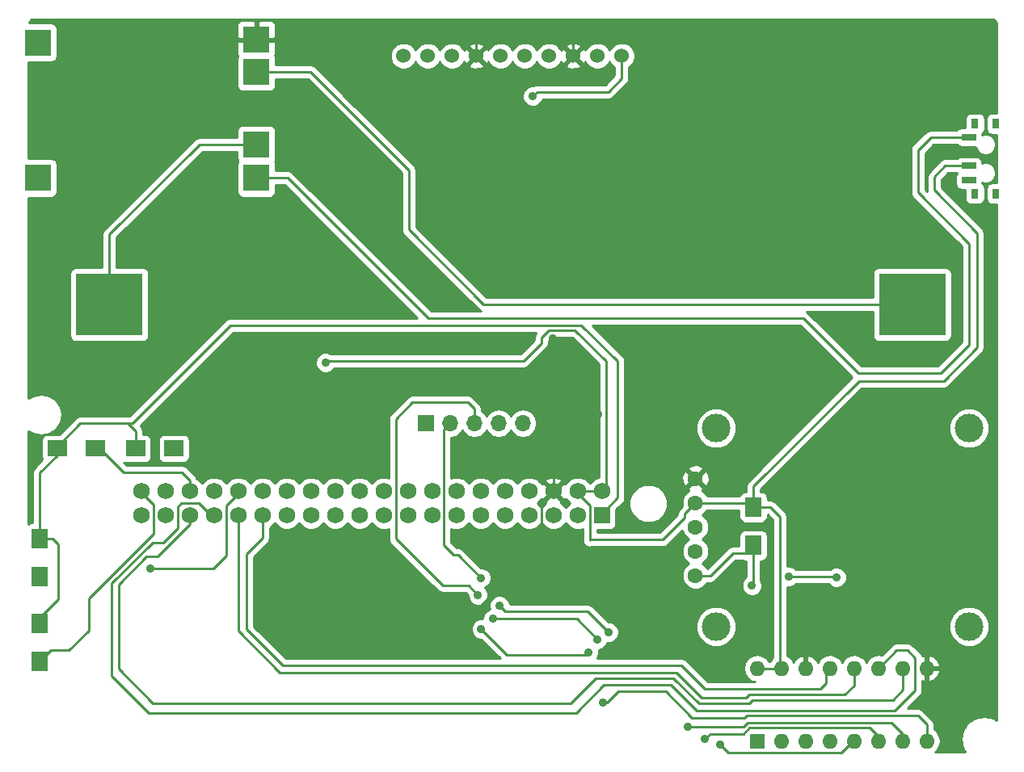
<source format=gbl>
G04 #@! TF.FileFunction,Copper,L2,Bot,Signal*
%FSLAX46Y46*%
G04 Gerber Fmt 4.6, Leading zero omitted, Abs format (unit mm)*
G04 Created by KiCad (PCBNEW 4.0.6) date 10/22/17 23:17:58*
%MOMM*%
%LPD*%
G01*
G04 APERTURE LIST*
%ADD10C,0.150000*%
%ADD11C,1.524000*%
%ADD12R,1.727200X1.727200*%
%ADD13C,1.727200*%
%ADD14R,7.000000X6.500000*%
%ADD15R,2.800000X2.800000*%
%ADD16R,1.500000X0.700000*%
%ADD17R,0.800000X1.000000*%
%ADD18R,1.600000X1.600000*%
%ADD19O,1.600000X1.600000*%
%ADD20R,1.700000X1.700000*%
%ADD21O,1.700000X1.700000*%
%ADD22C,3.000000*%
%ADD23C,1.600000*%
%ADD24R,1.700000X2.000000*%
%ADD25R,2.000000X1.700000*%
%ADD26C,0.889000*%
%ADD27C,0.254000*%
G04 APERTURE END LIST*
D10*
D11*
X198564500Y-147231100D03*
X201104500Y-147231100D03*
X203644500Y-147231100D03*
X206184500Y-147231100D03*
X208724500Y-147231100D03*
X211264500Y-147231100D03*
X213804500Y-147231100D03*
X216344500Y-147231100D03*
X218884500Y-147231100D03*
X221424500Y-147231100D03*
D12*
X219341880Y-195429420D03*
D13*
X219341880Y-192889420D03*
X216801880Y-195429420D03*
X216801880Y-192889420D03*
X214261880Y-195429420D03*
X214261880Y-192889420D03*
X211721880Y-195429420D03*
X211721880Y-192889420D03*
X209181880Y-195429420D03*
X209181880Y-192889420D03*
X206641880Y-195429420D03*
X206641880Y-192889420D03*
X204101880Y-195429420D03*
X204101880Y-192889420D03*
X201561880Y-195429420D03*
X201561880Y-192889420D03*
X199021880Y-195429420D03*
X199021880Y-192889420D03*
X196481880Y-195429420D03*
X196481880Y-192889420D03*
X193941880Y-195429420D03*
X193941880Y-192889420D03*
X191401880Y-195429420D03*
X191401880Y-192889420D03*
X188861880Y-195429420D03*
X188861880Y-192889420D03*
X186321880Y-195429420D03*
X186321880Y-192889420D03*
X183781880Y-195429420D03*
X183781880Y-192889420D03*
X181241880Y-195429420D03*
X181241880Y-192889420D03*
X178701880Y-195429420D03*
X178701880Y-192889420D03*
X176161880Y-195429420D03*
X176161880Y-192889420D03*
X173621880Y-195429420D03*
X173621880Y-192889420D03*
X171081880Y-195429420D03*
X171081880Y-192889420D03*
D14*
X251851880Y-173299420D03*
X167751880Y-173299420D03*
D15*
X183151880Y-148929420D03*
X183151880Y-156529420D03*
X183151880Y-145529420D03*
X183151880Y-160029420D03*
X160251880Y-145829420D03*
X160251880Y-160029420D03*
D16*
X257781880Y-155759420D03*
X257781880Y-158759420D03*
X257781880Y-160259420D03*
D17*
X260641880Y-154359420D03*
X260641880Y-161659420D03*
X258431880Y-161659420D03*
X258431880Y-154359420D03*
D18*
X235611880Y-219059420D03*
D19*
X253391880Y-211439420D03*
X238151880Y-219059420D03*
X250851880Y-211439420D03*
X240691880Y-219059420D03*
X248311880Y-211439420D03*
X243231880Y-219059420D03*
X245771880Y-211439420D03*
X245771880Y-219059420D03*
X243231880Y-211439420D03*
X248311880Y-219059420D03*
X240691880Y-211439420D03*
X250851880Y-219059420D03*
X238151880Y-211439420D03*
X253391880Y-219059420D03*
X235611880Y-211439420D03*
D20*
X200911880Y-185759420D03*
D21*
X203451880Y-185759420D03*
X205991880Y-185759420D03*
X208531880Y-185759420D03*
X211071880Y-185759420D03*
D22*
X257811880Y-186259420D03*
X257811880Y-207059420D03*
X231311880Y-207059420D03*
X231311880Y-186259420D03*
D23*
X229151880Y-191544420D03*
X229151880Y-194084420D03*
X229151880Y-196624420D03*
X229151880Y-199164420D03*
X229151880Y-201704420D03*
D24*
X235211880Y-194559420D03*
X235211880Y-198559420D03*
D25*
X174521880Y-188399420D03*
X170521880Y-188399420D03*
D24*
X160456880Y-210719420D03*
X160456880Y-206719420D03*
X160456880Y-201829420D03*
X160456880Y-197829420D03*
D25*
X166266880Y-188399420D03*
X162266880Y-188399420D03*
D26*
X190411880Y-179409420D03*
X218961880Y-184809420D03*
X193011880Y-209109420D03*
X214211880Y-176809420D03*
X212111880Y-151459420D03*
X235061880Y-202759420D03*
X243911880Y-201909420D03*
X238911880Y-201809420D03*
X231761880Y-219409420D03*
X220061880Y-207659420D03*
X208611880Y-204859420D03*
X206661880Y-201959420D03*
X230161880Y-218859420D03*
X218861880Y-208409420D03*
X207961880Y-206259420D03*
X206361880Y-203759420D03*
X228311880Y-217609420D03*
X217961880Y-209759420D03*
X206711880Y-207309420D03*
X219461880Y-215009420D03*
X174461880Y-188409420D03*
X160511880Y-210659420D03*
X172011880Y-201009420D03*
X160611880Y-201759420D03*
D27*
X229151880Y-194084420D02*
X234736880Y-194084420D01*
X234736880Y-194084420D02*
X235211880Y-194559420D01*
X216801880Y-192889420D02*
X216801880Y-193099420D01*
X216801880Y-193099420D02*
X218061880Y-194359420D01*
X228011880Y-195224420D02*
X229151880Y-194084420D01*
X228011880Y-195659420D02*
X228011880Y-195224420D01*
X225711880Y-197959420D02*
X228011880Y-195659420D01*
X218111880Y-197959420D02*
X225711880Y-197959420D01*
X218061880Y-198009420D02*
X218111880Y-197959420D01*
X218061880Y-194359420D02*
X218061880Y-198009420D01*
X235611880Y-211439420D02*
X238151880Y-211439420D01*
X238151880Y-211439420D02*
X238011880Y-211299420D01*
X238011880Y-211299420D02*
X238011880Y-195559420D01*
X238011880Y-195559420D02*
X237011880Y-194559420D01*
X237011880Y-194559420D02*
X235211880Y-194559420D01*
X235211880Y-194559420D02*
X235211880Y-192359420D01*
X255311880Y-158759420D02*
X257781880Y-158759420D01*
X254161880Y-159909420D02*
X255311880Y-158759420D01*
X254161880Y-161309420D02*
X254161880Y-159909420D01*
X258661880Y-165809420D02*
X254161880Y-161309420D01*
X258661880Y-177809420D02*
X258661880Y-165809420D01*
X255161880Y-181309420D02*
X258661880Y-177809420D01*
X246261880Y-181309420D02*
X255161880Y-181309420D01*
X235211880Y-192359420D02*
X246261880Y-181309420D01*
X219341880Y-192889420D02*
X216801880Y-192889420D01*
X190411880Y-179409420D02*
X190611880Y-179209420D01*
X190611880Y-179209420D02*
X211161880Y-179209420D01*
X211161880Y-179209420D02*
X213011880Y-177359420D01*
X213011880Y-177359420D02*
X213011880Y-176759420D01*
X213011880Y-176759420D02*
X213803878Y-175967422D01*
X213803878Y-175967422D02*
X216519882Y-175967422D01*
X216519882Y-175967422D02*
X219811880Y-179259420D01*
X219811880Y-179259420D02*
X219811880Y-192419420D01*
X219811880Y-192419420D02*
X219341880Y-192889420D01*
X214261880Y-189959420D02*
X214261880Y-189309420D01*
X218761880Y-184809420D02*
X218961880Y-184809420D01*
X214261880Y-189309420D02*
X218761880Y-184809420D01*
X214261880Y-192889420D02*
X214181880Y-192889420D01*
X214181880Y-192889420D02*
X213011880Y-194059420D01*
X202411880Y-209109420D02*
X193011880Y-209109420D01*
X213011880Y-198509420D02*
X202411880Y-209109420D01*
X213011880Y-194059420D02*
X213011880Y-198509420D01*
X214261880Y-192889420D02*
X214261880Y-189959420D01*
X214261880Y-189959420D02*
X214261880Y-176859420D01*
X214261880Y-176859420D02*
X214211880Y-176809420D01*
X205336880Y-144734420D02*
X215036880Y-144734420D01*
X216344500Y-146042040D02*
X216344500Y-147231100D01*
X215036880Y-144734420D02*
X216344500Y-146042040D01*
X183151880Y-145529420D02*
X190691880Y-145529420D01*
X206184500Y-145582040D02*
X206184500Y-147231100D01*
X205261880Y-144659420D02*
X205336880Y-144734420D01*
X205336880Y-144734420D02*
X206184500Y-145582040D01*
X191561880Y-144659420D02*
X205261880Y-144659420D01*
X190691880Y-145529420D02*
X191561880Y-144659420D01*
X212111880Y-151459420D02*
X212561880Y-151009420D01*
X212561880Y-151009420D02*
X220011880Y-151009420D01*
X220011880Y-151009420D02*
X221424500Y-149596800D01*
X221424500Y-149596800D02*
X221424500Y-147231100D01*
X183151880Y-148929420D02*
X188831880Y-148929420D01*
X206951880Y-173299420D02*
X251851880Y-173299420D01*
X199111880Y-165459420D02*
X206951880Y-173299420D01*
X199111880Y-159209420D02*
X199111880Y-165459420D01*
X188831880Y-148929420D02*
X199111880Y-159209420D01*
X167751880Y-173299420D02*
X167751880Y-165969420D01*
X177191880Y-156529420D02*
X183151880Y-156529420D01*
X167751880Y-165969420D02*
X177191880Y-156529420D01*
X183151880Y-160029420D02*
X186431880Y-160029420D01*
X253811880Y-155759420D02*
X257781880Y-155759420D01*
X252461880Y-157109420D02*
X253811880Y-155759420D01*
X252461880Y-161559420D02*
X252461880Y-157109420D01*
X257811880Y-166909420D02*
X252461880Y-161559420D01*
X257811880Y-177509420D02*
X257811880Y-166909420D01*
X254811880Y-180509420D02*
X257811880Y-177509420D01*
X246211880Y-180509420D02*
X254811880Y-180509420D01*
X240461880Y-174759420D02*
X246211880Y-180509420D01*
X201161880Y-174759420D02*
X240461880Y-174759420D01*
X186431880Y-160029420D02*
X201161880Y-174759420D01*
X183781880Y-195429420D02*
X183781880Y-197789420D01*
X242811880Y-213009420D02*
X242811880Y-211859420D01*
X242211880Y-213609420D02*
X242811880Y-213009420D01*
X230161880Y-213609420D02*
X242211880Y-213609420D01*
X227711880Y-211159420D02*
X230161880Y-213609420D01*
X185911880Y-211159420D02*
X227711880Y-211159420D01*
X182111880Y-207359420D02*
X185911880Y-211159420D01*
X182111880Y-199459420D02*
X182111880Y-207359420D01*
X183781880Y-197789420D02*
X182111880Y-199459420D01*
X242811880Y-211859420D02*
X243231880Y-211439420D01*
X181241880Y-195429420D02*
X181241880Y-207489420D01*
X245771880Y-213249420D02*
X245771880Y-211439420D01*
X244811880Y-214209420D02*
X245771880Y-213249420D01*
X234761880Y-214209420D02*
X244811880Y-214209420D01*
X234461880Y-214509420D02*
X234761880Y-214209420D01*
X229811880Y-214509420D02*
X234461880Y-214509420D01*
X227161880Y-211859420D02*
X229811880Y-214509420D01*
X185611880Y-211859420D02*
X227161880Y-211859420D01*
X181241880Y-207489420D02*
X185611880Y-211859420D01*
X178701880Y-195429420D02*
X178431880Y-195429420D01*
X178431880Y-195429420D02*
X177161880Y-194159420D01*
X177161880Y-194159420D02*
X175261880Y-194159420D01*
X175261880Y-194159420D02*
X174911880Y-194509420D01*
X174911880Y-194509420D02*
X174911880Y-196709420D01*
X174911880Y-196709420D02*
X173361880Y-198259420D01*
X173361880Y-198259420D02*
X172261880Y-198259420D01*
X172261880Y-198259420D02*
X168011880Y-202509420D01*
X168011880Y-202509420D02*
X168011880Y-212259420D01*
X168011880Y-212259420D02*
X171861880Y-216109420D01*
X171861880Y-216109420D02*
X216661880Y-216109420D01*
X216661880Y-216109420D02*
X219561880Y-213209420D01*
X219561880Y-213209420D02*
X226611880Y-213209420D01*
X226611880Y-213209420D02*
X229261880Y-215859420D01*
X229261880Y-215859420D02*
X250061880Y-215859420D01*
X250061880Y-215859420D02*
X252161880Y-213759420D01*
X252161880Y-213759420D02*
X252161880Y-210359420D01*
X252161880Y-210359420D02*
X251361880Y-209559420D01*
X251361880Y-209559420D02*
X250191880Y-209559420D01*
X250191880Y-209559420D02*
X248311880Y-211439420D01*
X176161880Y-195429420D02*
X176161880Y-196359420D01*
X250851880Y-213719420D02*
X250851880Y-211439420D01*
X249811880Y-214759420D02*
X250851880Y-213719420D01*
X235161880Y-214759420D02*
X249811880Y-214759420D01*
X234761880Y-215159420D02*
X235161880Y-214759420D01*
X229511880Y-215159420D02*
X234761880Y-215159420D01*
X226811880Y-212459420D02*
X229511880Y-215159420D01*
X218711880Y-212459420D02*
X226811880Y-212459420D01*
X216061880Y-215109420D02*
X218711880Y-212459420D01*
X172311880Y-215109420D02*
X216061880Y-215109420D01*
X168711880Y-211509420D02*
X172311880Y-215109420D01*
X168711880Y-202659420D02*
X168711880Y-211509420D01*
X171661880Y-199709420D02*
X168711880Y-202659420D01*
X172811880Y-199709420D02*
X171661880Y-199709420D01*
X176161880Y-196359420D02*
X172811880Y-199709420D01*
X235061880Y-202759420D02*
X235211880Y-202609420D01*
X235211880Y-202609420D02*
X235211880Y-198559420D01*
X229151880Y-201704420D02*
X230716880Y-201704420D01*
X233061880Y-199359420D02*
X234411880Y-199359420D01*
X230716880Y-201704420D02*
X233061880Y-199359420D01*
X234411880Y-199359420D02*
X235211880Y-198559420D01*
X243911880Y-201909420D02*
X243811880Y-201809420D01*
X243811880Y-201809420D02*
X238911880Y-201809420D01*
X245771880Y-219059420D02*
X245661880Y-219059420D01*
X245661880Y-219059420D02*
X244461880Y-220259420D01*
X244461880Y-220259420D02*
X232611880Y-220259420D01*
X232611880Y-220259420D02*
X231761880Y-219409420D01*
X220061880Y-207659420D02*
X217861880Y-205459420D01*
X217861880Y-205459420D02*
X209211880Y-205459420D01*
X209211880Y-205459420D02*
X208611880Y-204859420D01*
X206661880Y-201959420D02*
X204261880Y-199559420D01*
X204261880Y-199559420D02*
X203811880Y-199559420D01*
X203811880Y-199559420D02*
X202811880Y-198559420D01*
X202811880Y-198559420D02*
X202811880Y-186399420D01*
X202811880Y-186399420D02*
X203451880Y-185759420D01*
X248311880Y-219059420D02*
X248311880Y-218609420D01*
X248311880Y-218609420D02*
X247369882Y-217667422D01*
X247369882Y-217667422D02*
X234822302Y-217667422D01*
X234822302Y-217667422D02*
X234180304Y-218309420D01*
X234180304Y-218309420D02*
X230711880Y-218309420D01*
X230711880Y-218309420D02*
X230161880Y-218859420D01*
X218861880Y-208409420D02*
X216711880Y-206259420D01*
X216711880Y-206259420D02*
X207961880Y-206259420D01*
X206361880Y-203759420D02*
X205361880Y-202759420D01*
X205361880Y-202759420D02*
X202661880Y-202759420D01*
X202661880Y-202759420D02*
X197761880Y-197859420D01*
X197761880Y-197859420D02*
X197761880Y-185309420D01*
X197761880Y-185309420D02*
X199511880Y-183559420D01*
X199511880Y-183559420D02*
X205311880Y-183559420D01*
X205311880Y-183559420D02*
X205991880Y-184239420D01*
X205991880Y-184239420D02*
X205991880Y-185759420D01*
X250851880Y-219059420D02*
X250851880Y-218349420D01*
X250851880Y-218349420D02*
X249661880Y-217159420D01*
X249661880Y-217159420D02*
X234611880Y-217159420D01*
X234611880Y-217159420D02*
X234161880Y-217609420D01*
X234161880Y-217609420D02*
X228311880Y-217609420D01*
X217961880Y-209759420D02*
X217711880Y-210009420D01*
X217711880Y-210009420D02*
X209411880Y-210009420D01*
X209411880Y-210009420D02*
X206711880Y-207309420D01*
X253391880Y-219059420D02*
X253391880Y-217339420D01*
X219911880Y-215009420D02*
X219461880Y-215009420D01*
X221061880Y-213859420D02*
X219911880Y-215009420D01*
X226061880Y-213859420D02*
X221061880Y-213859420D01*
X228811880Y-216609420D02*
X226061880Y-213859420D01*
X234311880Y-216609420D02*
X228811880Y-216609420D01*
X234511880Y-216409420D02*
X234311880Y-216609420D01*
X252461880Y-216409420D02*
X234511880Y-216409420D01*
X253391880Y-217339420D02*
X252461880Y-216409420D01*
X174461880Y-188409420D02*
X174471880Y-188399420D01*
X174471880Y-188399420D02*
X174521880Y-188399420D01*
X169261880Y-185759420D02*
X170161880Y-185759420D01*
X221011880Y-193559420D02*
X219341880Y-195229420D01*
X221011880Y-179259420D02*
X221011880Y-193559420D01*
X217211880Y-175459420D02*
X221011880Y-179259420D01*
X180461880Y-175459420D02*
X217211880Y-175459420D01*
X170161880Y-185759420D02*
X180461880Y-175459420D01*
X219341880Y-195229420D02*
X219341880Y-195429420D01*
X162266880Y-188399420D02*
X162266880Y-188204420D01*
X162266880Y-188204420D02*
X164711880Y-185759420D01*
X170521880Y-186569420D02*
X170521880Y-188399420D01*
X169711880Y-185759420D02*
X170521880Y-186569420D01*
X164711880Y-185759420D02*
X169261880Y-185759420D01*
X169261880Y-185759420D02*
X169711880Y-185759420D01*
X160456880Y-197829420D02*
X160456880Y-190914420D01*
X160456880Y-190914420D02*
X162266880Y-189104420D01*
X162266880Y-189104420D02*
X162266880Y-188399420D01*
X160456880Y-206719420D02*
X160456880Y-206114420D01*
X160456880Y-206114420D02*
X162411880Y-204159420D01*
X162411880Y-204159420D02*
X162411880Y-198459420D01*
X162411880Y-198459420D02*
X161781880Y-197829420D01*
X161781880Y-197829420D02*
X160456880Y-197829420D01*
X171081880Y-192889420D02*
X171081880Y-193029420D01*
X171081880Y-193029420D02*
X172361880Y-194309420D01*
X172361880Y-194309420D02*
X172361880Y-197359420D01*
X172361880Y-197359420D02*
X165611880Y-204109420D01*
X165611880Y-204109420D02*
X165611880Y-207459420D01*
X165611880Y-207459420D02*
X163511880Y-209559420D01*
X163511880Y-209559420D02*
X161616880Y-209559420D01*
X161616880Y-209559420D02*
X160456880Y-210719420D01*
X160511880Y-210659420D02*
X160456880Y-210714420D01*
X160456880Y-210714420D02*
X160456880Y-210719420D01*
X181241880Y-192889420D02*
X181241880Y-193079420D01*
X181241880Y-193079420D02*
X179961880Y-194359420D01*
X179961880Y-194359420D02*
X179961880Y-199659420D01*
X179961880Y-199659420D02*
X178611880Y-201009420D01*
X178611880Y-201009420D02*
X172011880Y-201009420D01*
X160611880Y-201759420D02*
X160541880Y-201829420D01*
X160541880Y-201829420D02*
X160456880Y-201829420D01*
X166266880Y-188399420D02*
X166751880Y-188399420D01*
X166751880Y-188399420D02*
X169261880Y-190909420D01*
X169261880Y-190909420D02*
X175361880Y-190909420D01*
X175361880Y-190909420D02*
X176161880Y-191709420D01*
X176161880Y-191709420D02*
X176161880Y-192889420D01*
G36*
X260360859Y-143444898D02*
X260538025Y-143563276D01*
X260656401Y-143740439D01*
X260711880Y-144019351D01*
X260711880Y-153211980D01*
X260241880Y-153211980D01*
X260006563Y-153256258D01*
X259790439Y-153395330D01*
X259645449Y-153607530D01*
X259594440Y-153859420D01*
X259594440Y-154859420D01*
X259638718Y-155094737D01*
X259777790Y-155310861D01*
X259989990Y-155455851D01*
X260241880Y-155506860D01*
X260711880Y-155506860D01*
X260711880Y-160511980D01*
X260241880Y-160511980D01*
X260006563Y-160556258D01*
X259790439Y-160695330D01*
X259645449Y-160907530D01*
X259594440Y-161159420D01*
X259594440Y-162159420D01*
X259638718Y-162394737D01*
X259777790Y-162610861D01*
X259989990Y-162755851D01*
X260241880Y-162806860D01*
X260711880Y-162806860D01*
X260711880Y-216915382D01*
X260313633Y-216649282D01*
X259389880Y-216465536D01*
X258466127Y-216649282D01*
X257683006Y-217172546D01*
X257159742Y-217955667D01*
X256975996Y-218879420D01*
X257159742Y-219803173D01*
X257425842Y-220201420D01*
X254258131Y-220201420D01*
X254406578Y-220102231D01*
X254717647Y-219636684D01*
X254826880Y-219087533D01*
X254826880Y-219031307D01*
X254717647Y-218482156D01*
X254406578Y-218016609D01*
X254153880Y-217847761D01*
X254153880Y-217339420D01*
X254095876Y-217047815D01*
X254000733Y-216905424D01*
X253930696Y-216800605D01*
X253000695Y-215870605D01*
X252989936Y-215863416D01*
X252753485Y-215705424D01*
X252461880Y-215647420D01*
X251351510Y-215647420D01*
X252700695Y-214298236D01*
X252865876Y-214051025D01*
X252873754Y-214011420D01*
X252923880Y-213759420D01*
X252923880Y-212782052D01*
X253042841Y-212831324D01*
X253264880Y-212709335D01*
X253264880Y-211566420D01*
X253518880Y-211566420D01*
X253518880Y-212709335D01*
X253740919Y-212831324D01*
X254129303Y-212670461D01*
X254544269Y-212294554D01*
X254783794Y-211788461D01*
X254662509Y-211566420D01*
X253518880Y-211566420D01*
X253264880Y-211566420D01*
X253244880Y-211566420D01*
X253244880Y-211312420D01*
X253264880Y-211312420D01*
X253264880Y-210169505D01*
X253518880Y-210169505D01*
X253518880Y-211312420D01*
X254662509Y-211312420D01*
X254783794Y-211090379D01*
X254544269Y-210584286D01*
X254129303Y-210208379D01*
X253740919Y-210047516D01*
X253518880Y-210169505D01*
X253264880Y-210169505D01*
X253042841Y-210047516D01*
X252875615Y-210116778D01*
X252865876Y-210067815D01*
X252700695Y-209820605D01*
X251900695Y-209020605D01*
X251792386Y-208948235D01*
X251653485Y-208855424D01*
X251361880Y-208797420D01*
X250191880Y-208797420D01*
X249900275Y-208855424D01*
X249653064Y-209020605D01*
X248633407Y-210040263D01*
X248311880Y-209976307D01*
X247762729Y-210085540D01*
X247297182Y-210396609D01*
X247041880Y-210778695D01*
X246786578Y-210396609D01*
X246321031Y-210085540D01*
X245771880Y-209976307D01*
X245222729Y-210085540D01*
X244757182Y-210396609D01*
X244501880Y-210778695D01*
X244246578Y-210396609D01*
X243781031Y-210085540D01*
X243231880Y-209976307D01*
X242682729Y-210085540D01*
X242217182Y-210396609D01*
X241946894Y-210801123D01*
X241844269Y-210584286D01*
X241429303Y-210208379D01*
X241040919Y-210047516D01*
X240818880Y-210169505D01*
X240818880Y-211312420D01*
X240838880Y-211312420D01*
X240838880Y-211566420D01*
X240818880Y-211566420D01*
X240818880Y-211586420D01*
X240564880Y-211586420D01*
X240564880Y-211566420D01*
X240544880Y-211566420D01*
X240544880Y-211312420D01*
X240564880Y-211312420D01*
X240564880Y-210169505D01*
X240342841Y-210047516D01*
X239954457Y-210208379D01*
X239539491Y-210584286D01*
X239436866Y-210801123D01*
X239166578Y-210396609D01*
X238773880Y-210134216D01*
X238773880Y-207482235D01*
X255676510Y-207482235D01*
X256000860Y-208267220D01*
X256600921Y-208868329D01*
X257385339Y-209194048D01*
X258234695Y-209194790D01*
X259019680Y-208870440D01*
X259620789Y-208270379D01*
X259946508Y-207485961D01*
X259947250Y-206636605D01*
X259622900Y-205851620D01*
X259022839Y-205250511D01*
X258238421Y-204924792D01*
X257389065Y-204924050D01*
X256604080Y-205248400D01*
X256002971Y-205848461D01*
X255677252Y-206632879D01*
X255676510Y-207482235D01*
X238773880Y-207482235D01*
X238773880Y-202888801D01*
X239125664Y-202889107D01*
X239522569Y-202725109D01*
X239676526Y-202571420D01*
X243047413Y-202571420D01*
X243299594Y-202824042D01*
X243696212Y-202988733D01*
X244125664Y-202989107D01*
X244522569Y-202825109D01*
X244826502Y-202521706D01*
X244991193Y-202125088D01*
X244991567Y-201695636D01*
X244827569Y-201298731D01*
X244524166Y-200994798D01*
X244127548Y-200830107D01*
X243698096Y-200829733D01*
X243301191Y-200993731D01*
X243247408Y-201047420D01*
X239676522Y-201047420D01*
X239524166Y-200894798D01*
X239127548Y-200730107D01*
X238773880Y-200729799D01*
X238773880Y-195559420D01*
X238765248Y-195516024D01*
X238715877Y-195267816D01*
X238550696Y-195020605D01*
X237550695Y-194020605D01*
X237415935Y-193930561D01*
X237303485Y-193855424D01*
X237011880Y-193797420D01*
X236709320Y-193797420D01*
X236709320Y-193559420D01*
X236665042Y-193324103D01*
X236525970Y-193107979D01*
X236313770Y-192962989D01*
X236061880Y-192911980D01*
X235973880Y-192911980D01*
X235973880Y-192675050D01*
X241966695Y-186682235D01*
X255676510Y-186682235D01*
X256000860Y-187467220D01*
X256600921Y-188068329D01*
X257385339Y-188394048D01*
X258234695Y-188394790D01*
X259019680Y-188070440D01*
X259620789Y-187470379D01*
X259946508Y-186685961D01*
X259947250Y-185836605D01*
X259622900Y-185051620D01*
X259022839Y-184450511D01*
X258238421Y-184124792D01*
X257389065Y-184124050D01*
X256604080Y-184448400D01*
X256002971Y-185048461D01*
X255677252Y-185832879D01*
X255676510Y-186682235D01*
X241966695Y-186682235D01*
X246577510Y-182071420D01*
X255161880Y-182071420D01*
X255453485Y-182013416D01*
X255700695Y-181848235D01*
X259200695Y-178348236D01*
X259365876Y-178101025D01*
X259373357Y-178063416D01*
X259423880Y-177809420D01*
X259423880Y-165809420D01*
X259365876Y-165517815D01*
X259200695Y-165270605D01*
X254923880Y-160993790D01*
X254923880Y-160225050D01*
X255627511Y-159521420D01*
X256528449Y-159521420D01*
X256435449Y-159657530D01*
X256384440Y-159909420D01*
X256384440Y-160609420D01*
X256428718Y-160844737D01*
X256567790Y-161060861D01*
X256779990Y-161205851D01*
X257031880Y-161256860D01*
X257384440Y-161256860D01*
X257384440Y-162159420D01*
X257428718Y-162394737D01*
X257567790Y-162610861D01*
X257779990Y-162755851D01*
X258031880Y-162806860D01*
X258831880Y-162806860D01*
X259067197Y-162762582D01*
X259283321Y-162623510D01*
X259428311Y-162411310D01*
X259479320Y-162159420D01*
X259479320Y-161159420D01*
X259435042Y-160924103D01*
X259295970Y-160707979D01*
X259175966Y-160625984D01*
X259179320Y-160609420D01*
X259179320Y-160533692D01*
X259325113Y-160594231D01*
X259756753Y-160594608D01*
X260155680Y-160429774D01*
X260461162Y-160124825D01*
X260626691Y-159726187D01*
X260627068Y-159294547D01*
X260462234Y-158895620D01*
X260157285Y-158590138D01*
X259758647Y-158424609D01*
X259327007Y-158424232D01*
X259179320Y-158485255D01*
X259179320Y-158409420D01*
X259135042Y-158174103D01*
X258995970Y-157957979D01*
X258783770Y-157812989D01*
X258531880Y-157761980D01*
X257031880Y-157761980D01*
X256796563Y-157806258D01*
X256580439Y-157945330D01*
X256544847Y-157997420D01*
X255311880Y-157997420D01*
X255020276Y-158055423D01*
X254773065Y-158220604D01*
X253623065Y-159370605D01*
X253457884Y-159617815D01*
X253399880Y-159909420D01*
X253399880Y-161309420D01*
X253427285Y-161447195D01*
X253223880Y-161243790D01*
X253223880Y-157425050D01*
X254127511Y-156521420D01*
X256542410Y-156521420D01*
X256567790Y-156560861D01*
X256779990Y-156705851D01*
X257031880Y-156756860D01*
X258470148Y-156756860D01*
X258621526Y-157123220D01*
X258926475Y-157428702D01*
X259325113Y-157594231D01*
X259756753Y-157594608D01*
X260155680Y-157429774D01*
X260461162Y-157124825D01*
X260626691Y-156726187D01*
X260627068Y-156294547D01*
X260462234Y-155895620D01*
X260157285Y-155590138D01*
X259758647Y-155424609D01*
X259327007Y-155424232D01*
X259179320Y-155485255D01*
X259179320Y-155409420D01*
X259176133Y-155392483D01*
X259283321Y-155323510D01*
X259428311Y-155111310D01*
X259479320Y-154859420D01*
X259479320Y-153859420D01*
X259435042Y-153624103D01*
X259295970Y-153407979D01*
X259083770Y-153262989D01*
X258831880Y-153211980D01*
X258031880Y-153211980D01*
X257796563Y-153256258D01*
X257580439Y-153395330D01*
X257435449Y-153607530D01*
X257384440Y-153859420D01*
X257384440Y-154761980D01*
X257031880Y-154761980D01*
X256796563Y-154806258D01*
X256580439Y-154945330D01*
X256544847Y-154997420D01*
X253811880Y-154997420D01*
X253520275Y-155055424D01*
X253273064Y-155220605D01*
X251923065Y-156570605D01*
X251757884Y-156817815D01*
X251699880Y-157109420D01*
X251699880Y-161559420D01*
X251757884Y-161851025D01*
X251879197Y-162032582D01*
X251923065Y-162098235D01*
X257049880Y-167225051D01*
X257049880Y-177193789D01*
X254496250Y-179747420D01*
X246527510Y-179747420D01*
X241000695Y-174220605D01*
X240762459Y-174061420D01*
X247704440Y-174061420D01*
X247704440Y-176549420D01*
X247748718Y-176784737D01*
X247887790Y-177000861D01*
X248099990Y-177145851D01*
X248351880Y-177196860D01*
X255351880Y-177196860D01*
X255587197Y-177152582D01*
X255803321Y-177013510D01*
X255948311Y-176801310D01*
X255999320Y-176549420D01*
X255999320Y-170049420D01*
X255955042Y-169814103D01*
X255815970Y-169597979D01*
X255603770Y-169452989D01*
X255351880Y-169401980D01*
X248351880Y-169401980D01*
X248116563Y-169446258D01*
X247900439Y-169585330D01*
X247755449Y-169797530D01*
X247704440Y-170049420D01*
X247704440Y-172537420D01*
X207267511Y-172537420D01*
X199873880Y-165143790D01*
X199873880Y-159209420D01*
X199815876Y-158917815D01*
X199799973Y-158894015D01*
X199650695Y-158670604D01*
X192653295Y-151673204D01*
X211032193Y-151673204D01*
X211196191Y-152070109D01*
X211499594Y-152374042D01*
X211896212Y-152538733D01*
X212325664Y-152539107D01*
X212722569Y-152375109D01*
X213026502Y-152071706D01*
X213151192Y-151771420D01*
X220011880Y-151771420D01*
X220303485Y-151713416D01*
X220550695Y-151548235D01*
X221963315Y-150135616D01*
X222128496Y-149888405D01*
X222186500Y-149596800D01*
X222186500Y-148427805D01*
X222214803Y-148416110D01*
X222608129Y-148023470D01*
X222821257Y-147510200D01*
X222821742Y-146954439D01*
X222609510Y-146440797D01*
X222216870Y-146047471D01*
X221703600Y-145834343D01*
X221147839Y-145833858D01*
X220634197Y-146046090D01*
X220240871Y-146438730D01*
X220154551Y-146646612D01*
X220069510Y-146440797D01*
X219676870Y-146047471D01*
X219163600Y-145834343D01*
X218607839Y-145833858D01*
X218094197Y-146046090D01*
X217700871Y-146438730D01*
X217621105Y-146630827D01*
X217566897Y-146499957D01*
X217324713Y-146430492D01*
X216524105Y-147231100D01*
X217324713Y-148031708D01*
X217566897Y-147962243D01*
X217617009Y-147821782D01*
X217699490Y-148021403D01*
X218092130Y-148414729D01*
X218605400Y-148627857D01*
X219161161Y-148628342D01*
X219674803Y-148416110D01*
X220068129Y-148023470D01*
X220154449Y-147815588D01*
X220239490Y-148021403D01*
X220632130Y-148414729D01*
X220662500Y-148427340D01*
X220662500Y-149281169D01*
X219696250Y-150247420D01*
X212561880Y-150247420D01*
X212270275Y-150305424D01*
X212158724Y-150379960D01*
X211898096Y-150379733D01*
X211501191Y-150543731D01*
X211197258Y-150847134D01*
X211032567Y-151243752D01*
X211032193Y-151673204D01*
X192653295Y-151673204D01*
X189370695Y-148390605D01*
X189123485Y-148225424D01*
X188831880Y-148167420D01*
X185199320Y-148167420D01*
X185199320Y-147529420D01*
X185195245Y-147507761D01*
X197167258Y-147507761D01*
X197379490Y-148021403D01*
X197772130Y-148414729D01*
X198285400Y-148627857D01*
X198841161Y-148628342D01*
X199354803Y-148416110D01*
X199748129Y-148023470D01*
X199834449Y-147815588D01*
X199919490Y-148021403D01*
X200312130Y-148414729D01*
X200825400Y-148627857D01*
X201381161Y-148628342D01*
X201894803Y-148416110D01*
X202288129Y-148023470D01*
X202374449Y-147815588D01*
X202459490Y-148021403D01*
X202852130Y-148414729D01*
X203365400Y-148627857D01*
X203921161Y-148628342D01*
X204434803Y-148416110D01*
X204639957Y-148211313D01*
X205383892Y-148211313D01*
X205453357Y-148453497D01*
X205976802Y-148640244D01*
X206531868Y-148612462D01*
X206915643Y-148453497D01*
X206985108Y-148211313D01*
X206184500Y-147410705D01*
X205383892Y-148211313D01*
X204639957Y-148211313D01*
X204828129Y-148023470D01*
X204907895Y-147831373D01*
X204962103Y-147962243D01*
X205204287Y-148031708D01*
X206004895Y-147231100D01*
X206364105Y-147231100D01*
X207164713Y-148031708D01*
X207406897Y-147962243D01*
X207457009Y-147821782D01*
X207539490Y-148021403D01*
X207932130Y-148414729D01*
X208445400Y-148627857D01*
X209001161Y-148628342D01*
X209514803Y-148416110D01*
X209908129Y-148023470D01*
X209994449Y-147815588D01*
X210079490Y-148021403D01*
X210472130Y-148414729D01*
X210985400Y-148627857D01*
X211541161Y-148628342D01*
X212054803Y-148416110D01*
X212448129Y-148023470D01*
X212534449Y-147815588D01*
X212619490Y-148021403D01*
X213012130Y-148414729D01*
X213525400Y-148627857D01*
X214081161Y-148628342D01*
X214594803Y-148416110D01*
X214799957Y-148211313D01*
X215543892Y-148211313D01*
X215613357Y-148453497D01*
X216136802Y-148640244D01*
X216691868Y-148612462D01*
X217075643Y-148453497D01*
X217145108Y-148211313D01*
X216344500Y-147410705D01*
X215543892Y-148211313D01*
X214799957Y-148211313D01*
X214988129Y-148023470D01*
X215067895Y-147831373D01*
X215122103Y-147962243D01*
X215364287Y-148031708D01*
X216164895Y-147231100D01*
X215364287Y-146430492D01*
X215122103Y-146499957D01*
X215071991Y-146640418D01*
X214989510Y-146440797D01*
X214799932Y-146250887D01*
X215543892Y-146250887D01*
X216344500Y-147051495D01*
X217145108Y-146250887D01*
X217075643Y-146008703D01*
X216552198Y-145821956D01*
X215997132Y-145849738D01*
X215613357Y-146008703D01*
X215543892Y-146250887D01*
X214799932Y-146250887D01*
X214596870Y-146047471D01*
X214083600Y-145834343D01*
X213527839Y-145833858D01*
X213014197Y-146046090D01*
X212620871Y-146438730D01*
X212534551Y-146646612D01*
X212449510Y-146440797D01*
X212056870Y-146047471D01*
X211543600Y-145834343D01*
X210987839Y-145833858D01*
X210474197Y-146046090D01*
X210080871Y-146438730D01*
X209994551Y-146646612D01*
X209909510Y-146440797D01*
X209516870Y-146047471D01*
X209003600Y-145834343D01*
X208447839Y-145833858D01*
X207934197Y-146046090D01*
X207540871Y-146438730D01*
X207461105Y-146630827D01*
X207406897Y-146499957D01*
X207164713Y-146430492D01*
X206364105Y-147231100D01*
X206004895Y-147231100D01*
X205204287Y-146430492D01*
X204962103Y-146499957D01*
X204911991Y-146640418D01*
X204829510Y-146440797D01*
X204639932Y-146250887D01*
X205383892Y-146250887D01*
X206184500Y-147051495D01*
X206985108Y-146250887D01*
X206915643Y-146008703D01*
X206392198Y-145821956D01*
X205837132Y-145849738D01*
X205453357Y-146008703D01*
X205383892Y-146250887D01*
X204639932Y-146250887D01*
X204436870Y-146047471D01*
X203923600Y-145834343D01*
X203367839Y-145833858D01*
X202854197Y-146046090D01*
X202460871Y-146438730D01*
X202374551Y-146646612D01*
X202289510Y-146440797D01*
X201896870Y-146047471D01*
X201383600Y-145834343D01*
X200827839Y-145833858D01*
X200314197Y-146046090D01*
X199920871Y-146438730D01*
X199834551Y-146646612D01*
X199749510Y-146440797D01*
X199356870Y-146047471D01*
X198843600Y-145834343D01*
X198287839Y-145833858D01*
X197774197Y-146046090D01*
X197380871Y-146438730D01*
X197167743Y-146952000D01*
X197167258Y-147507761D01*
X185195245Y-147507761D01*
X185155042Y-147294103D01*
X185114342Y-147230853D01*
X185186880Y-147055730D01*
X185186880Y-145815170D01*
X185028130Y-145656420D01*
X183278880Y-145656420D01*
X183278880Y-145676420D01*
X183024880Y-145676420D01*
X183024880Y-145656420D01*
X181275630Y-145656420D01*
X181116880Y-145815170D01*
X181116880Y-147055730D01*
X181188635Y-147228961D01*
X181155449Y-147277530D01*
X181104440Y-147529420D01*
X181104440Y-150329420D01*
X181148718Y-150564737D01*
X181287790Y-150780861D01*
X181499990Y-150925851D01*
X181751880Y-150976860D01*
X184551880Y-150976860D01*
X184787197Y-150932582D01*
X185003321Y-150793510D01*
X185148311Y-150581310D01*
X185199320Y-150329420D01*
X185199320Y-149691420D01*
X188516250Y-149691420D01*
X198349880Y-159525051D01*
X198349880Y-165459420D01*
X198407884Y-165751025D01*
X198553811Y-165969420D01*
X198573065Y-165998235D01*
X206413064Y-173838235D01*
X206651301Y-173997420D01*
X201477511Y-173997420D01*
X186970695Y-159490605D01*
X186902936Y-159445330D01*
X186723485Y-159325424D01*
X186431880Y-159267420D01*
X185199320Y-159267420D01*
X185199320Y-158629420D01*
X185155042Y-158394103D01*
X185081260Y-158279442D01*
X185148311Y-158181310D01*
X185199320Y-157929420D01*
X185199320Y-155129420D01*
X185155042Y-154894103D01*
X185015970Y-154677979D01*
X184803770Y-154532989D01*
X184551880Y-154481980D01*
X181751880Y-154481980D01*
X181516563Y-154526258D01*
X181300439Y-154665330D01*
X181155449Y-154877530D01*
X181104440Y-155129420D01*
X181104440Y-155767420D01*
X177191880Y-155767420D01*
X176900275Y-155825424D01*
X176797622Y-155894015D01*
X176653065Y-155990605D01*
X167213065Y-165430605D01*
X167047884Y-165677815D01*
X166989880Y-165969420D01*
X166989880Y-169401980D01*
X164251880Y-169401980D01*
X164016563Y-169446258D01*
X163800439Y-169585330D01*
X163655449Y-169797530D01*
X163604440Y-170049420D01*
X163604440Y-176549420D01*
X163648718Y-176784737D01*
X163787790Y-177000861D01*
X163999990Y-177145851D01*
X164251880Y-177196860D01*
X171251880Y-177196860D01*
X171487197Y-177152582D01*
X171703321Y-177013510D01*
X171848311Y-176801310D01*
X171899320Y-176549420D01*
X171899320Y-170049420D01*
X171855042Y-169814103D01*
X171715970Y-169597979D01*
X171503770Y-169452989D01*
X171251880Y-169401980D01*
X168513880Y-169401980D01*
X168513880Y-166285050D01*
X177507510Y-157291420D01*
X181104440Y-157291420D01*
X181104440Y-157929420D01*
X181148718Y-158164737D01*
X181222500Y-158279398D01*
X181155449Y-158377530D01*
X181104440Y-158629420D01*
X181104440Y-161429420D01*
X181148718Y-161664737D01*
X181287790Y-161880861D01*
X181499990Y-162025851D01*
X181751880Y-162076860D01*
X184551880Y-162076860D01*
X184787197Y-162032582D01*
X185003321Y-161893510D01*
X185148311Y-161681310D01*
X185199320Y-161429420D01*
X185199320Y-160791420D01*
X186116250Y-160791420D01*
X200022249Y-174697420D01*
X180461880Y-174697420D01*
X180170275Y-174755424D01*
X180071257Y-174821586D01*
X179923065Y-174920604D01*
X169846250Y-184997420D01*
X164711880Y-184997420D01*
X164439399Y-185051620D01*
X164420275Y-185055424D01*
X164173065Y-185220605D01*
X162491690Y-186901980D01*
X161266880Y-186901980D01*
X161031563Y-186946258D01*
X160815439Y-187085330D01*
X160670449Y-187297530D01*
X160619440Y-187549420D01*
X160619440Y-189249420D01*
X160663718Y-189484737D01*
X160720575Y-189573095D01*
X159918065Y-190375605D01*
X159752884Y-190622815D01*
X159694880Y-190914420D01*
X159694880Y-196181980D01*
X159606880Y-196181980D01*
X159371563Y-196226258D01*
X159261880Y-196296837D01*
X159261880Y-186544622D01*
X159745397Y-186867697D01*
X160583880Y-187034482D01*
X161422363Y-186867697D01*
X162133195Y-186392735D01*
X162608157Y-185681903D01*
X162774942Y-184843420D01*
X162608157Y-184004937D01*
X162133195Y-183294105D01*
X161422363Y-182819143D01*
X160583880Y-182652358D01*
X159745397Y-182819143D01*
X159261880Y-183142218D01*
X159261880Y-162076860D01*
X161651880Y-162076860D01*
X161887197Y-162032582D01*
X162103321Y-161893510D01*
X162248311Y-161681310D01*
X162299320Y-161429420D01*
X162299320Y-158629420D01*
X162255042Y-158394103D01*
X162115970Y-158177979D01*
X161903770Y-158032989D01*
X161651880Y-157981980D01*
X159261880Y-157981980D01*
X159261880Y-147876860D01*
X161651880Y-147876860D01*
X161887197Y-147832582D01*
X162103321Y-147693510D01*
X162248311Y-147481310D01*
X162299320Y-147229420D01*
X162299320Y-144429420D01*
X162255042Y-144194103D01*
X162132142Y-144003110D01*
X181116880Y-144003110D01*
X181116880Y-145243670D01*
X181275630Y-145402420D01*
X183024880Y-145402420D01*
X183024880Y-143653170D01*
X183278880Y-143653170D01*
X183278880Y-145402420D01*
X185028130Y-145402420D01*
X185186880Y-145243670D01*
X185186880Y-144003110D01*
X185090207Y-143769721D01*
X184911578Y-143591093D01*
X184678189Y-143494420D01*
X183437630Y-143494420D01*
X183278880Y-143653170D01*
X183024880Y-143653170D01*
X182866130Y-143494420D01*
X181625571Y-143494420D01*
X181392182Y-143591093D01*
X181213553Y-143769721D01*
X181116880Y-144003110D01*
X162132142Y-144003110D01*
X162115970Y-143977979D01*
X161903770Y-143832989D01*
X161651880Y-143781980D01*
X159309096Y-143781980D01*
X159317358Y-143740441D01*
X159435736Y-143563275D01*
X159612899Y-143444899D01*
X159891811Y-143389420D01*
X260081950Y-143389420D01*
X260360859Y-143444898D01*
X260360859Y-143444898D01*
G37*
X260360859Y-143444898D02*
X260538025Y-143563276D01*
X260656401Y-143740439D01*
X260711880Y-144019351D01*
X260711880Y-153211980D01*
X260241880Y-153211980D01*
X260006563Y-153256258D01*
X259790439Y-153395330D01*
X259645449Y-153607530D01*
X259594440Y-153859420D01*
X259594440Y-154859420D01*
X259638718Y-155094737D01*
X259777790Y-155310861D01*
X259989990Y-155455851D01*
X260241880Y-155506860D01*
X260711880Y-155506860D01*
X260711880Y-160511980D01*
X260241880Y-160511980D01*
X260006563Y-160556258D01*
X259790439Y-160695330D01*
X259645449Y-160907530D01*
X259594440Y-161159420D01*
X259594440Y-162159420D01*
X259638718Y-162394737D01*
X259777790Y-162610861D01*
X259989990Y-162755851D01*
X260241880Y-162806860D01*
X260711880Y-162806860D01*
X260711880Y-216915382D01*
X260313633Y-216649282D01*
X259389880Y-216465536D01*
X258466127Y-216649282D01*
X257683006Y-217172546D01*
X257159742Y-217955667D01*
X256975996Y-218879420D01*
X257159742Y-219803173D01*
X257425842Y-220201420D01*
X254258131Y-220201420D01*
X254406578Y-220102231D01*
X254717647Y-219636684D01*
X254826880Y-219087533D01*
X254826880Y-219031307D01*
X254717647Y-218482156D01*
X254406578Y-218016609D01*
X254153880Y-217847761D01*
X254153880Y-217339420D01*
X254095876Y-217047815D01*
X254000733Y-216905424D01*
X253930696Y-216800605D01*
X253000695Y-215870605D01*
X252989936Y-215863416D01*
X252753485Y-215705424D01*
X252461880Y-215647420D01*
X251351510Y-215647420D01*
X252700695Y-214298236D01*
X252865876Y-214051025D01*
X252873754Y-214011420D01*
X252923880Y-213759420D01*
X252923880Y-212782052D01*
X253042841Y-212831324D01*
X253264880Y-212709335D01*
X253264880Y-211566420D01*
X253518880Y-211566420D01*
X253518880Y-212709335D01*
X253740919Y-212831324D01*
X254129303Y-212670461D01*
X254544269Y-212294554D01*
X254783794Y-211788461D01*
X254662509Y-211566420D01*
X253518880Y-211566420D01*
X253264880Y-211566420D01*
X253244880Y-211566420D01*
X253244880Y-211312420D01*
X253264880Y-211312420D01*
X253264880Y-210169505D01*
X253518880Y-210169505D01*
X253518880Y-211312420D01*
X254662509Y-211312420D01*
X254783794Y-211090379D01*
X254544269Y-210584286D01*
X254129303Y-210208379D01*
X253740919Y-210047516D01*
X253518880Y-210169505D01*
X253264880Y-210169505D01*
X253042841Y-210047516D01*
X252875615Y-210116778D01*
X252865876Y-210067815D01*
X252700695Y-209820605D01*
X251900695Y-209020605D01*
X251792386Y-208948235D01*
X251653485Y-208855424D01*
X251361880Y-208797420D01*
X250191880Y-208797420D01*
X249900275Y-208855424D01*
X249653064Y-209020605D01*
X248633407Y-210040263D01*
X248311880Y-209976307D01*
X247762729Y-210085540D01*
X247297182Y-210396609D01*
X247041880Y-210778695D01*
X246786578Y-210396609D01*
X246321031Y-210085540D01*
X245771880Y-209976307D01*
X245222729Y-210085540D01*
X244757182Y-210396609D01*
X244501880Y-210778695D01*
X244246578Y-210396609D01*
X243781031Y-210085540D01*
X243231880Y-209976307D01*
X242682729Y-210085540D01*
X242217182Y-210396609D01*
X241946894Y-210801123D01*
X241844269Y-210584286D01*
X241429303Y-210208379D01*
X241040919Y-210047516D01*
X240818880Y-210169505D01*
X240818880Y-211312420D01*
X240838880Y-211312420D01*
X240838880Y-211566420D01*
X240818880Y-211566420D01*
X240818880Y-211586420D01*
X240564880Y-211586420D01*
X240564880Y-211566420D01*
X240544880Y-211566420D01*
X240544880Y-211312420D01*
X240564880Y-211312420D01*
X240564880Y-210169505D01*
X240342841Y-210047516D01*
X239954457Y-210208379D01*
X239539491Y-210584286D01*
X239436866Y-210801123D01*
X239166578Y-210396609D01*
X238773880Y-210134216D01*
X238773880Y-207482235D01*
X255676510Y-207482235D01*
X256000860Y-208267220D01*
X256600921Y-208868329D01*
X257385339Y-209194048D01*
X258234695Y-209194790D01*
X259019680Y-208870440D01*
X259620789Y-208270379D01*
X259946508Y-207485961D01*
X259947250Y-206636605D01*
X259622900Y-205851620D01*
X259022839Y-205250511D01*
X258238421Y-204924792D01*
X257389065Y-204924050D01*
X256604080Y-205248400D01*
X256002971Y-205848461D01*
X255677252Y-206632879D01*
X255676510Y-207482235D01*
X238773880Y-207482235D01*
X238773880Y-202888801D01*
X239125664Y-202889107D01*
X239522569Y-202725109D01*
X239676526Y-202571420D01*
X243047413Y-202571420D01*
X243299594Y-202824042D01*
X243696212Y-202988733D01*
X244125664Y-202989107D01*
X244522569Y-202825109D01*
X244826502Y-202521706D01*
X244991193Y-202125088D01*
X244991567Y-201695636D01*
X244827569Y-201298731D01*
X244524166Y-200994798D01*
X244127548Y-200830107D01*
X243698096Y-200829733D01*
X243301191Y-200993731D01*
X243247408Y-201047420D01*
X239676522Y-201047420D01*
X239524166Y-200894798D01*
X239127548Y-200730107D01*
X238773880Y-200729799D01*
X238773880Y-195559420D01*
X238765248Y-195516024D01*
X238715877Y-195267816D01*
X238550696Y-195020605D01*
X237550695Y-194020605D01*
X237415935Y-193930561D01*
X237303485Y-193855424D01*
X237011880Y-193797420D01*
X236709320Y-193797420D01*
X236709320Y-193559420D01*
X236665042Y-193324103D01*
X236525970Y-193107979D01*
X236313770Y-192962989D01*
X236061880Y-192911980D01*
X235973880Y-192911980D01*
X235973880Y-192675050D01*
X241966695Y-186682235D01*
X255676510Y-186682235D01*
X256000860Y-187467220D01*
X256600921Y-188068329D01*
X257385339Y-188394048D01*
X258234695Y-188394790D01*
X259019680Y-188070440D01*
X259620789Y-187470379D01*
X259946508Y-186685961D01*
X259947250Y-185836605D01*
X259622900Y-185051620D01*
X259022839Y-184450511D01*
X258238421Y-184124792D01*
X257389065Y-184124050D01*
X256604080Y-184448400D01*
X256002971Y-185048461D01*
X255677252Y-185832879D01*
X255676510Y-186682235D01*
X241966695Y-186682235D01*
X246577510Y-182071420D01*
X255161880Y-182071420D01*
X255453485Y-182013416D01*
X255700695Y-181848235D01*
X259200695Y-178348236D01*
X259365876Y-178101025D01*
X259373357Y-178063416D01*
X259423880Y-177809420D01*
X259423880Y-165809420D01*
X259365876Y-165517815D01*
X259200695Y-165270605D01*
X254923880Y-160993790D01*
X254923880Y-160225050D01*
X255627511Y-159521420D01*
X256528449Y-159521420D01*
X256435449Y-159657530D01*
X256384440Y-159909420D01*
X256384440Y-160609420D01*
X256428718Y-160844737D01*
X256567790Y-161060861D01*
X256779990Y-161205851D01*
X257031880Y-161256860D01*
X257384440Y-161256860D01*
X257384440Y-162159420D01*
X257428718Y-162394737D01*
X257567790Y-162610861D01*
X257779990Y-162755851D01*
X258031880Y-162806860D01*
X258831880Y-162806860D01*
X259067197Y-162762582D01*
X259283321Y-162623510D01*
X259428311Y-162411310D01*
X259479320Y-162159420D01*
X259479320Y-161159420D01*
X259435042Y-160924103D01*
X259295970Y-160707979D01*
X259175966Y-160625984D01*
X259179320Y-160609420D01*
X259179320Y-160533692D01*
X259325113Y-160594231D01*
X259756753Y-160594608D01*
X260155680Y-160429774D01*
X260461162Y-160124825D01*
X260626691Y-159726187D01*
X260627068Y-159294547D01*
X260462234Y-158895620D01*
X260157285Y-158590138D01*
X259758647Y-158424609D01*
X259327007Y-158424232D01*
X259179320Y-158485255D01*
X259179320Y-158409420D01*
X259135042Y-158174103D01*
X258995970Y-157957979D01*
X258783770Y-157812989D01*
X258531880Y-157761980D01*
X257031880Y-157761980D01*
X256796563Y-157806258D01*
X256580439Y-157945330D01*
X256544847Y-157997420D01*
X255311880Y-157997420D01*
X255020276Y-158055423D01*
X254773065Y-158220604D01*
X253623065Y-159370605D01*
X253457884Y-159617815D01*
X253399880Y-159909420D01*
X253399880Y-161309420D01*
X253427285Y-161447195D01*
X253223880Y-161243790D01*
X253223880Y-157425050D01*
X254127511Y-156521420D01*
X256542410Y-156521420D01*
X256567790Y-156560861D01*
X256779990Y-156705851D01*
X257031880Y-156756860D01*
X258470148Y-156756860D01*
X258621526Y-157123220D01*
X258926475Y-157428702D01*
X259325113Y-157594231D01*
X259756753Y-157594608D01*
X260155680Y-157429774D01*
X260461162Y-157124825D01*
X260626691Y-156726187D01*
X260627068Y-156294547D01*
X260462234Y-155895620D01*
X260157285Y-155590138D01*
X259758647Y-155424609D01*
X259327007Y-155424232D01*
X259179320Y-155485255D01*
X259179320Y-155409420D01*
X259176133Y-155392483D01*
X259283321Y-155323510D01*
X259428311Y-155111310D01*
X259479320Y-154859420D01*
X259479320Y-153859420D01*
X259435042Y-153624103D01*
X259295970Y-153407979D01*
X259083770Y-153262989D01*
X258831880Y-153211980D01*
X258031880Y-153211980D01*
X257796563Y-153256258D01*
X257580439Y-153395330D01*
X257435449Y-153607530D01*
X257384440Y-153859420D01*
X257384440Y-154761980D01*
X257031880Y-154761980D01*
X256796563Y-154806258D01*
X256580439Y-154945330D01*
X256544847Y-154997420D01*
X253811880Y-154997420D01*
X253520275Y-155055424D01*
X253273064Y-155220605D01*
X251923065Y-156570605D01*
X251757884Y-156817815D01*
X251699880Y-157109420D01*
X251699880Y-161559420D01*
X251757884Y-161851025D01*
X251879197Y-162032582D01*
X251923065Y-162098235D01*
X257049880Y-167225051D01*
X257049880Y-177193789D01*
X254496250Y-179747420D01*
X246527510Y-179747420D01*
X241000695Y-174220605D01*
X240762459Y-174061420D01*
X247704440Y-174061420D01*
X247704440Y-176549420D01*
X247748718Y-176784737D01*
X247887790Y-177000861D01*
X248099990Y-177145851D01*
X248351880Y-177196860D01*
X255351880Y-177196860D01*
X255587197Y-177152582D01*
X255803321Y-177013510D01*
X255948311Y-176801310D01*
X255999320Y-176549420D01*
X255999320Y-170049420D01*
X255955042Y-169814103D01*
X255815970Y-169597979D01*
X255603770Y-169452989D01*
X255351880Y-169401980D01*
X248351880Y-169401980D01*
X248116563Y-169446258D01*
X247900439Y-169585330D01*
X247755449Y-169797530D01*
X247704440Y-170049420D01*
X247704440Y-172537420D01*
X207267511Y-172537420D01*
X199873880Y-165143790D01*
X199873880Y-159209420D01*
X199815876Y-158917815D01*
X199799973Y-158894015D01*
X199650695Y-158670604D01*
X192653295Y-151673204D01*
X211032193Y-151673204D01*
X211196191Y-152070109D01*
X211499594Y-152374042D01*
X211896212Y-152538733D01*
X212325664Y-152539107D01*
X212722569Y-152375109D01*
X213026502Y-152071706D01*
X213151192Y-151771420D01*
X220011880Y-151771420D01*
X220303485Y-151713416D01*
X220550695Y-151548235D01*
X221963315Y-150135616D01*
X222128496Y-149888405D01*
X222186500Y-149596800D01*
X222186500Y-148427805D01*
X222214803Y-148416110D01*
X222608129Y-148023470D01*
X222821257Y-147510200D01*
X222821742Y-146954439D01*
X222609510Y-146440797D01*
X222216870Y-146047471D01*
X221703600Y-145834343D01*
X221147839Y-145833858D01*
X220634197Y-146046090D01*
X220240871Y-146438730D01*
X220154551Y-146646612D01*
X220069510Y-146440797D01*
X219676870Y-146047471D01*
X219163600Y-145834343D01*
X218607839Y-145833858D01*
X218094197Y-146046090D01*
X217700871Y-146438730D01*
X217621105Y-146630827D01*
X217566897Y-146499957D01*
X217324713Y-146430492D01*
X216524105Y-147231100D01*
X217324713Y-148031708D01*
X217566897Y-147962243D01*
X217617009Y-147821782D01*
X217699490Y-148021403D01*
X218092130Y-148414729D01*
X218605400Y-148627857D01*
X219161161Y-148628342D01*
X219674803Y-148416110D01*
X220068129Y-148023470D01*
X220154449Y-147815588D01*
X220239490Y-148021403D01*
X220632130Y-148414729D01*
X220662500Y-148427340D01*
X220662500Y-149281169D01*
X219696250Y-150247420D01*
X212561880Y-150247420D01*
X212270275Y-150305424D01*
X212158724Y-150379960D01*
X211898096Y-150379733D01*
X211501191Y-150543731D01*
X211197258Y-150847134D01*
X211032567Y-151243752D01*
X211032193Y-151673204D01*
X192653295Y-151673204D01*
X189370695Y-148390605D01*
X189123485Y-148225424D01*
X188831880Y-148167420D01*
X185199320Y-148167420D01*
X185199320Y-147529420D01*
X185195245Y-147507761D01*
X197167258Y-147507761D01*
X197379490Y-148021403D01*
X197772130Y-148414729D01*
X198285400Y-148627857D01*
X198841161Y-148628342D01*
X199354803Y-148416110D01*
X199748129Y-148023470D01*
X199834449Y-147815588D01*
X199919490Y-148021403D01*
X200312130Y-148414729D01*
X200825400Y-148627857D01*
X201381161Y-148628342D01*
X201894803Y-148416110D01*
X202288129Y-148023470D01*
X202374449Y-147815588D01*
X202459490Y-148021403D01*
X202852130Y-148414729D01*
X203365400Y-148627857D01*
X203921161Y-148628342D01*
X204434803Y-148416110D01*
X204639957Y-148211313D01*
X205383892Y-148211313D01*
X205453357Y-148453497D01*
X205976802Y-148640244D01*
X206531868Y-148612462D01*
X206915643Y-148453497D01*
X206985108Y-148211313D01*
X206184500Y-147410705D01*
X205383892Y-148211313D01*
X204639957Y-148211313D01*
X204828129Y-148023470D01*
X204907895Y-147831373D01*
X204962103Y-147962243D01*
X205204287Y-148031708D01*
X206004895Y-147231100D01*
X206364105Y-147231100D01*
X207164713Y-148031708D01*
X207406897Y-147962243D01*
X207457009Y-147821782D01*
X207539490Y-148021403D01*
X207932130Y-148414729D01*
X208445400Y-148627857D01*
X209001161Y-148628342D01*
X209514803Y-148416110D01*
X209908129Y-148023470D01*
X209994449Y-147815588D01*
X210079490Y-148021403D01*
X210472130Y-148414729D01*
X210985400Y-148627857D01*
X211541161Y-148628342D01*
X212054803Y-148416110D01*
X212448129Y-148023470D01*
X212534449Y-147815588D01*
X212619490Y-148021403D01*
X213012130Y-148414729D01*
X213525400Y-148627857D01*
X214081161Y-148628342D01*
X214594803Y-148416110D01*
X214799957Y-148211313D01*
X215543892Y-148211313D01*
X215613357Y-148453497D01*
X216136802Y-148640244D01*
X216691868Y-148612462D01*
X217075643Y-148453497D01*
X217145108Y-148211313D01*
X216344500Y-147410705D01*
X215543892Y-148211313D01*
X214799957Y-148211313D01*
X214988129Y-148023470D01*
X215067895Y-147831373D01*
X215122103Y-147962243D01*
X215364287Y-148031708D01*
X216164895Y-147231100D01*
X215364287Y-146430492D01*
X215122103Y-146499957D01*
X215071991Y-146640418D01*
X214989510Y-146440797D01*
X214799932Y-146250887D01*
X215543892Y-146250887D01*
X216344500Y-147051495D01*
X217145108Y-146250887D01*
X217075643Y-146008703D01*
X216552198Y-145821956D01*
X215997132Y-145849738D01*
X215613357Y-146008703D01*
X215543892Y-146250887D01*
X214799932Y-146250887D01*
X214596870Y-146047471D01*
X214083600Y-145834343D01*
X213527839Y-145833858D01*
X213014197Y-146046090D01*
X212620871Y-146438730D01*
X212534551Y-146646612D01*
X212449510Y-146440797D01*
X212056870Y-146047471D01*
X211543600Y-145834343D01*
X210987839Y-145833858D01*
X210474197Y-146046090D01*
X210080871Y-146438730D01*
X209994551Y-146646612D01*
X209909510Y-146440797D01*
X209516870Y-146047471D01*
X209003600Y-145834343D01*
X208447839Y-145833858D01*
X207934197Y-146046090D01*
X207540871Y-146438730D01*
X207461105Y-146630827D01*
X207406897Y-146499957D01*
X207164713Y-146430492D01*
X206364105Y-147231100D01*
X206004895Y-147231100D01*
X205204287Y-146430492D01*
X204962103Y-146499957D01*
X204911991Y-146640418D01*
X204829510Y-146440797D01*
X204639932Y-146250887D01*
X205383892Y-146250887D01*
X206184500Y-147051495D01*
X206985108Y-146250887D01*
X206915643Y-146008703D01*
X206392198Y-145821956D01*
X205837132Y-145849738D01*
X205453357Y-146008703D01*
X205383892Y-146250887D01*
X204639932Y-146250887D01*
X204436870Y-146047471D01*
X203923600Y-145834343D01*
X203367839Y-145833858D01*
X202854197Y-146046090D01*
X202460871Y-146438730D01*
X202374551Y-146646612D01*
X202289510Y-146440797D01*
X201896870Y-146047471D01*
X201383600Y-145834343D01*
X200827839Y-145833858D01*
X200314197Y-146046090D01*
X199920871Y-146438730D01*
X199834551Y-146646612D01*
X199749510Y-146440797D01*
X199356870Y-146047471D01*
X198843600Y-145834343D01*
X198287839Y-145833858D01*
X197774197Y-146046090D01*
X197380871Y-146438730D01*
X197167743Y-146952000D01*
X197167258Y-147507761D01*
X185195245Y-147507761D01*
X185155042Y-147294103D01*
X185114342Y-147230853D01*
X185186880Y-147055730D01*
X185186880Y-145815170D01*
X185028130Y-145656420D01*
X183278880Y-145656420D01*
X183278880Y-145676420D01*
X183024880Y-145676420D01*
X183024880Y-145656420D01*
X181275630Y-145656420D01*
X181116880Y-145815170D01*
X181116880Y-147055730D01*
X181188635Y-147228961D01*
X181155449Y-147277530D01*
X181104440Y-147529420D01*
X181104440Y-150329420D01*
X181148718Y-150564737D01*
X181287790Y-150780861D01*
X181499990Y-150925851D01*
X181751880Y-150976860D01*
X184551880Y-150976860D01*
X184787197Y-150932582D01*
X185003321Y-150793510D01*
X185148311Y-150581310D01*
X185199320Y-150329420D01*
X185199320Y-149691420D01*
X188516250Y-149691420D01*
X198349880Y-159525051D01*
X198349880Y-165459420D01*
X198407884Y-165751025D01*
X198553811Y-165969420D01*
X198573065Y-165998235D01*
X206413064Y-173838235D01*
X206651301Y-173997420D01*
X201477511Y-173997420D01*
X186970695Y-159490605D01*
X186902936Y-159445330D01*
X186723485Y-159325424D01*
X186431880Y-159267420D01*
X185199320Y-159267420D01*
X185199320Y-158629420D01*
X185155042Y-158394103D01*
X185081260Y-158279442D01*
X185148311Y-158181310D01*
X185199320Y-157929420D01*
X185199320Y-155129420D01*
X185155042Y-154894103D01*
X185015970Y-154677979D01*
X184803770Y-154532989D01*
X184551880Y-154481980D01*
X181751880Y-154481980D01*
X181516563Y-154526258D01*
X181300439Y-154665330D01*
X181155449Y-154877530D01*
X181104440Y-155129420D01*
X181104440Y-155767420D01*
X177191880Y-155767420D01*
X176900275Y-155825424D01*
X176797622Y-155894015D01*
X176653065Y-155990605D01*
X167213065Y-165430605D01*
X167047884Y-165677815D01*
X166989880Y-165969420D01*
X166989880Y-169401980D01*
X164251880Y-169401980D01*
X164016563Y-169446258D01*
X163800439Y-169585330D01*
X163655449Y-169797530D01*
X163604440Y-170049420D01*
X163604440Y-176549420D01*
X163648718Y-176784737D01*
X163787790Y-177000861D01*
X163999990Y-177145851D01*
X164251880Y-177196860D01*
X171251880Y-177196860D01*
X171487197Y-177152582D01*
X171703321Y-177013510D01*
X171848311Y-176801310D01*
X171899320Y-176549420D01*
X171899320Y-170049420D01*
X171855042Y-169814103D01*
X171715970Y-169597979D01*
X171503770Y-169452989D01*
X171251880Y-169401980D01*
X168513880Y-169401980D01*
X168513880Y-166285050D01*
X177507510Y-157291420D01*
X181104440Y-157291420D01*
X181104440Y-157929420D01*
X181148718Y-158164737D01*
X181222500Y-158279398D01*
X181155449Y-158377530D01*
X181104440Y-158629420D01*
X181104440Y-161429420D01*
X181148718Y-161664737D01*
X181287790Y-161880861D01*
X181499990Y-162025851D01*
X181751880Y-162076860D01*
X184551880Y-162076860D01*
X184787197Y-162032582D01*
X185003321Y-161893510D01*
X185148311Y-161681310D01*
X185199320Y-161429420D01*
X185199320Y-160791420D01*
X186116250Y-160791420D01*
X200022249Y-174697420D01*
X180461880Y-174697420D01*
X180170275Y-174755424D01*
X180071257Y-174821586D01*
X179923065Y-174920604D01*
X169846250Y-184997420D01*
X164711880Y-184997420D01*
X164439399Y-185051620D01*
X164420275Y-185055424D01*
X164173065Y-185220605D01*
X162491690Y-186901980D01*
X161266880Y-186901980D01*
X161031563Y-186946258D01*
X160815439Y-187085330D01*
X160670449Y-187297530D01*
X160619440Y-187549420D01*
X160619440Y-189249420D01*
X160663718Y-189484737D01*
X160720575Y-189573095D01*
X159918065Y-190375605D01*
X159752884Y-190622815D01*
X159694880Y-190914420D01*
X159694880Y-196181980D01*
X159606880Y-196181980D01*
X159371563Y-196226258D01*
X159261880Y-196296837D01*
X159261880Y-186544622D01*
X159745397Y-186867697D01*
X160583880Y-187034482D01*
X161422363Y-186867697D01*
X162133195Y-186392735D01*
X162608157Y-185681903D01*
X162774942Y-184843420D01*
X162608157Y-184004937D01*
X162133195Y-183294105D01*
X161422363Y-182819143D01*
X160583880Y-182652358D01*
X159745397Y-182819143D01*
X159261880Y-183142218D01*
X159261880Y-162076860D01*
X161651880Y-162076860D01*
X161887197Y-162032582D01*
X162103321Y-161893510D01*
X162248311Y-161681310D01*
X162299320Y-161429420D01*
X162299320Y-158629420D01*
X162255042Y-158394103D01*
X162115970Y-158177979D01*
X161903770Y-158032989D01*
X161651880Y-157981980D01*
X159261880Y-157981980D01*
X159261880Y-147876860D01*
X161651880Y-147876860D01*
X161887197Y-147832582D01*
X162103321Y-147693510D01*
X162248311Y-147481310D01*
X162299320Y-147229420D01*
X162299320Y-144429420D01*
X162255042Y-144194103D01*
X162132142Y-144003110D01*
X181116880Y-144003110D01*
X181116880Y-145243670D01*
X181275630Y-145402420D01*
X183024880Y-145402420D01*
X183024880Y-143653170D01*
X183278880Y-143653170D01*
X183278880Y-145402420D01*
X185028130Y-145402420D01*
X185186880Y-145243670D01*
X185186880Y-144003110D01*
X185090207Y-143769721D01*
X184911578Y-143591093D01*
X184678189Y-143494420D01*
X183437630Y-143494420D01*
X183278880Y-143653170D01*
X183024880Y-143653170D01*
X182866130Y-143494420D01*
X181625571Y-143494420D01*
X181392182Y-143591093D01*
X181213553Y-143769721D01*
X181116880Y-144003110D01*
X162132142Y-144003110D01*
X162115970Y-143977979D01*
X161903770Y-143832989D01*
X161651880Y-143781980D01*
X159309096Y-143781980D01*
X159317358Y-143740441D01*
X159435736Y-143563275D01*
X159612899Y-143444899D01*
X159891811Y-143389420D01*
X260081950Y-143389420D01*
X260360859Y-143444898D01*
G36*
X233714440Y-195559420D02*
X233758718Y-195794737D01*
X233897790Y-196010861D01*
X234109990Y-196155851D01*
X234361880Y-196206860D01*
X236061880Y-196206860D01*
X236297197Y-196162582D01*
X236513321Y-196023510D01*
X236658311Y-195811310D01*
X236709320Y-195559420D01*
X236709320Y-195334490D01*
X237249880Y-195875051D01*
X237249880Y-210321306D01*
X237137182Y-210396609D01*
X236949550Y-210677420D01*
X236814210Y-210677420D01*
X236626578Y-210396609D01*
X236161031Y-210085540D01*
X235611880Y-209976307D01*
X235062729Y-210085540D01*
X234597182Y-210396609D01*
X234286113Y-210862156D01*
X234176880Y-211411307D01*
X234176880Y-211467533D01*
X234286113Y-212016684D01*
X234597182Y-212482231D01*
X235062729Y-212793300D01*
X235334808Y-212847420D01*
X230477511Y-212847420D01*
X228250695Y-210620605D01*
X228196340Y-210584286D01*
X228003485Y-210455424D01*
X227711880Y-210397420D01*
X218850743Y-210397420D01*
X218876502Y-210371706D01*
X219041193Y-209975088D01*
X219041567Y-209545636D01*
X219018189Y-209489057D01*
X219075664Y-209489107D01*
X219472569Y-209325109D01*
X219776502Y-209021706D01*
X219893986Y-208738775D01*
X220275664Y-208739107D01*
X220672569Y-208575109D01*
X220976502Y-208271706D01*
X221141193Y-207875088D01*
X221141535Y-207482235D01*
X229176510Y-207482235D01*
X229500860Y-208267220D01*
X230100921Y-208868329D01*
X230885339Y-209194048D01*
X231734695Y-209194790D01*
X232519680Y-208870440D01*
X233120789Y-208270379D01*
X233446508Y-207485961D01*
X233447250Y-206636605D01*
X233122900Y-205851620D01*
X232522839Y-205250511D01*
X231738421Y-204924792D01*
X230889065Y-204924050D01*
X230104080Y-205248400D01*
X229502971Y-205848461D01*
X229177252Y-206632879D01*
X229176510Y-207482235D01*
X221141535Y-207482235D01*
X221141567Y-207445636D01*
X220977569Y-207048731D01*
X220674166Y-206744798D01*
X220277548Y-206580107D01*
X220060008Y-206579918D01*
X218400695Y-204920605D01*
X218278165Y-204838733D01*
X218153485Y-204755424D01*
X217861880Y-204697420D01*
X209691522Y-204697420D01*
X209691567Y-204645636D01*
X209527569Y-204248731D01*
X209224166Y-203944798D01*
X208827548Y-203780107D01*
X208398096Y-203779733D01*
X208001191Y-203943731D01*
X207697258Y-204247134D01*
X207532567Y-204643752D01*
X207532193Y-205073204D01*
X207601276Y-205240398D01*
X207351191Y-205343731D01*
X207047258Y-205647134D01*
X206882567Y-206043752D01*
X206882405Y-206230068D01*
X206498096Y-206229733D01*
X206101191Y-206393731D01*
X205797258Y-206697134D01*
X205632567Y-207093752D01*
X205632193Y-207523204D01*
X205796191Y-207920109D01*
X206099594Y-208224042D01*
X206496212Y-208388733D01*
X206713752Y-208388922D01*
X208722249Y-210397420D01*
X186227511Y-210397420D01*
X182873880Y-207043790D01*
X182873880Y-199775050D01*
X184320696Y-198328235D01*
X184427884Y-198167816D01*
X184485876Y-198081025D01*
X184543880Y-197789420D01*
X184543880Y-196736055D01*
X184629660Y-196700612D01*
X185051590Y-196279417D01*
X185051975Y-196278489D01*
X185471883Y-196699130D01*
X186022482Y-196927759D01*
X186618662Y-196928279D01*
X187169660Y-196700612D01*
X187591590Y-196279417D01*
X187591975Y-196278489D01*
X188011883Y-196699130D01*
X188562482Y-196927759D01*
X189158662Y-196928279D01*
X189709660Y-196700612D01*
X190131590Y-196279417D01*
X190131975Y-196278489D01*
X190551883Y-196699130D01*
X191102482Y-196927759D01*
X191698662Y-196928279D01*
X192249660Y-196700612D01*
X192671590Y-196279417D01*
X192671975Y-196278489D01*
X193091883Y-196699130D01*
X193642482Y-196927759D01*
X194238662Y-196928279D01*
X194789660Y-196700612D01*
X195211590Y-196279417D01*
X195211975Y-196278489D01*
X195631883Y-196699130D01*
X196182482Y-196927759D01*
X196778662Y-196928279D01*
X196999880Y-196836874D01*
X196999880Y-197859420D01*
X197057884Y-198151025D01*
X197192586Y-198352620D01*
X197223065Y-198398235D01*
X202123064Y-203298235D01*
X202271505Y-203397420D01*
X202370275Y-203463416D01*
X202661880Y-203521420D01*
X205046250Y-203521420D01*
X205282381Y-203757551D01*
X205282193Y-203973204D01*
X205446191Y-204370109D01*
X205749594Y-204674042D01*
X206146212Y-204838733D01*
X206575664Y-204839107D01*
X206972569Y-204675109D01*
X207276502Y-204371706D01*
X207441193Y-203975088D01*
X207441567Y-203545636D01*
X207277569Y-203148731D01*
X207082728Y-202953550D01*
X207272569Y-202875109D01*
X207576502Y-202571706D01*
X207741193Y-202175088D01*
X207741567Y-201745636D01*
X207577569Y-201348731D01*
X207274166Y-201044798D01*
X206877548Y-200880107D01*
X206660008Y-200879918D01*
X204800695Y-199020605D01*
X204777975Y-199005424D01*
X204553485Y-198855424D01*
X204261880Y-198797420D01*
X204127511Y-198797420D01*
X203573880Y-198243790D01*
X203573880Y-196832835D01*
X203802482Y-196927759D01*
X204398662Y-196928279D01*
X204949660Y-196700612D01*
X205371590Y-196279417D01*
X205371975Y-196278489D01*
X205791883Y-196699130D01*
X206342482Y-196927759D01*
X206938662Y-196928279D01*
X207489660Y-196700612D01*
X207911590Y-196279417D01*
X207911975Y-196278489D01*
X208331883Y-196699130D01*
X208882482Y-196927759D01*
X209478662Y-196928279D01*
X210029660Y-196700612D01*
X210451590Y-196279417D01*
X210451975Y-196278489D01*
X210871883Y-196699130D01*
X211422482Y-196927759D01*
X212018662Y-196928279D01*
X212569660Y-196700612D01*
X212991590Y-196279417D01*
X212991975Y-196278489D01*
X213411883Y-196699130D01*
X213962482Y-196927759D01*
X214558662Y-196928279D01*
X215109660Y-196700612D01*
X215531590Y-196279417D01*
X215531975Y-196278489D01*
X215951883Y-196699130D01*
X216502482Y-196927759D01*
X217098662Y-196928279D01*
X217299880Y-196845138D01*
X217299880Y-198009420D01*
X217357884Y-198301025D01*
X217523065Y-198548235D01*
X217770275Y-198713416D01*
X218061880Y-198771420D01*
X218313246Y-198721420D01*
X225711880Y-198721420D01*
X226003485Y-198663416D01*
X226250695Y-198498235D01*
X227752797Y-196996133D01*
X227934637Y-197436220D01*
X228337957Y-197840244D01*
X228468095Y-197894282D01*
X228340080Y-197947177D01*
X227936056Y-198350497D01*
X227717130Y-198877729D01*
X227716632Y-199448607D01*
X227934637Y-199976220D01*
X228337957Y-200380244D01*
X228468095Y-200434282D01*
X228340080Y-200487177D01*
X227936056Y-200890497D01*
X227717130Y-201417729D01*
X227716632Y-201988607D01*
X227934637Y-202516220D01*
X228337957Y-202920244D01*
X228865189Y-203139170D01*
X229436067Y-203139668D01*
X229963680Y-202921663D01*
X230367704Y-202518343D01*
X230389264Y-202466420D01*
X230716880Y-202466420D01*
X231008485Y-202408416D01*
X231255695Y-202243235D01*
X233377511Y-200121420D01*
X234059599Y-200121420D01*
X234109990Y-200155851D01*
X234361880Y-200206860D01*
X234449880Y-200206860D01*
X234449880Y-201845040D01*
X234147258Y-202147134D01*
X233982567Y-202543752D01*
X233982193Y-202973204D01*
X234146191Y-203370109D01*
X234449594Y-203674042D01*
X234846212Y-203838733D01*
X235275664Y-203839107D01*
X235672569Y-203675109D01*
X235976502Y-203371706D01*
X236141193Y-202975088D01*
X236141567Y-202545636D01*
X235977569Y-202148731D01*
X235973880Y-202145036D01*
X235973880Y-200206860D01*
X236061880Y-200206860D01*
X236297197Y-200162582D01*
X236513321Y-200023510D01*
X236658311Y-199811310D01*
X236709320Y-199559420D01*
X236709320Y-197559420D01*
X236665042Y-197324103D01*
X236525970Y-197107979D01*
X236313770Y-196962989D01*
X236061880Y-196911980D01*
X234361880Y-196911980D01*
X234126563Y-196956258D01*
X233910439Y-197095330D01*
X233765449Y-197307530D01*
X233714440Y-197559420D01*
X233714440Y-198597420D01*
X233061880Y-198597420D01*
X232770275Y-198655424D01*
X232707424Y-198697420D01*
X232523065Y-198820604D01*
X230401250Y-200942420D01*
X230389700Y-200942420D01*
X230369123Y-200892620D01*
X229965803Y-200488596D01*
X229835665Y-200434558D01*
X229963680Y-200381663D01*
X230367704Y-199978343D01*
X230586630Y-199451111D01*
X230587128Y-198880233D01*
X230369123Y-198352620D01*
X229965803Y-197948596D01*
X229835665Y-197894558D01*
X229963680Y-197841663D01*
X230367704Y-197438343D01*
X230586630Y-196911111D01*
X230587128Y-196340233D01*
X230369123Y-195812620D01*
X229965803Y-195408596D01*
X229835665Y-195354558D01*
X229963680Y-195301663D01*
X230367704Y-194898343D01*
X230389264Y-194846420D01*
X233714440Y-194846420D01*
X233714440Y-195559420D01*
X233714440Y-195559420D01*
G37*
X233714440Y-195559420D02*
X233758718Y-195794737D01*
X233897790Y-196010861D01*
X234109990Y-196155851D01*
X234361880Y-196206860D01*
X236061880Y-196206860D01*
X236297197Y-196162582D01*
X236513321Y-196023510D01*
X236658311Y-195811310D01*
X236709320Y-195559420D01*
X236709320Y-195334490D01*
X237249880Y-195875051D01*
X237249880Y-210321306D01*
X237137182Y-210396609D01*
X236949550Y-210677420D01*
X236814210Y-210677420D01*
X236626578Y-210396609D01*
X236161031Y-210085540D01*
X235611880Y-209976307D01*
X235062729Y-210085540D01*
X234597182Y-210396609D01*
X234286113Y-210862156D01*
X234176880Y-211411307D01*
X234176880Y-211467533D01*
X234286113Y-212016684D01*
X234597182Y-212482231D01*
X235062729Y-212793300D01*
X235334808Y-212847420D01*
X230477511Y-212847420D01*
X228250695Y-210620605D01*
X228196340Y-210584286D01*
X228003485Y-210455424D01*
X227711880Y-210397420D01*
X218850743Y-210397420D01*
X218876502Y-210371706D01*
X219041193Y-209975088D01*
X219041567Y-209545636D01*
X219018189Y-209489057D01*
X219075664Y-209489107D01*
X219472569Y-209325109D01*
X219776502Y-209021706D01*
X219893986Y-208738775D01*
X220275664Y-208739107D01*
X220672569Y-208575109D01*
X220976502Y-208271706D01*
X221141193Y-207875088D01*
X221141535Y-207482235D01*
X229176510Y-207482235D01*
X229500860Y-208267220D01*
X230100921Y-208868329D01*
X230885339Y-209194048D01*
X231734695Y-209194790D01*
X232519680Y-208870440D01*
X233120789Y-208270379D01*
X233446508Y-207485961D01*
X233447250Y-206636605D01*
X233122900Y-205851620D01*
X232522839Y-205250511D01*
X231738421Y-204924792D01*
X230889065Y-204924050D01*
X230104080Y-205248400D01*
X229502971Y-205848461D01*
X229177252Y-206632879D01*
X229176510Y-207482235D01*
X221141535Y-207482235D01*
X221141567Y-207445636D01*
X220977569Y-207048731D01*
X220674166Y-206744798D01*
X220277548Y-206580107D01*
X220060008Y-206579918D01*
X218400695Y-204920605D01*
X218278165Y-204838733D01*
X218153485Y-204755424D01*
X217861880Y-204697420D01*
X209691522Y-204697420D01*
X209691567Y-204645636D01*
X209527569Y-204248731D01*
X209224166Y-203944798D01*
X208827548Y-203780107D01*
X208398096Y-203779733D01*
X208001191Y-203943731D01*
X207697258Y-204247134D01*
X207532567Y-204643752D01*
X207532193Y-205073204D01*
X207601276Y-205240398D01*
X207351191Y-205343731D01*
X207047258Y-205647134D01*
X206882567Y-206043752D01*
X206882405Y-206230068D01*
X206498096Y-206229733D01*
X206101191Y-206393731D01*
X205797258Y-206697134D01*
X205632567Y-207093752D01*
X205632193Y-207523204D01*
X205796191Y-207920109D01*
X206099594Y-208224042D01*
X206496212Y-208388733D01*
X206713752Y-208388922D01*
X208722249Y-210397420D01*
X186227511Y-210397420D01*
X182873880Y-207043790D01*
X182873880Y-199775050D01*
X184320696Y-198328235D01*
X184427884Y-198167816D01*
X184485876Y-198081025D01*
X184543880Y-197789420D01*
X184543880Y-196736055D01*
X184629660Y-196700612D01*
X185051590Y-196279417D01*
X185051975Y-196278489D01*
X185471883Y-196699130D01*
X186022482Y-196927759D01*
X186618662Y-196928279D01*
X187169660Y-196700612D01*
X187591590Y-196279417D01*
X187591975Y-196278489D01*
X188011883Y-196699130D01*
X188562482Y-196927759D01*
X189158662Y-196928279D01*
X189709660Y-196700612D01*
X190131590Y-196279417D01*
X190131975Y-196278489D01*
X190551883Y-196699130D01*
X191102482Y-196927759D01*
X191698662Y-196928279D01*
X192249660Y-196700612D01*
X192671590Y-196279417D01*
X192671975Y-196278489D01*
X193091883Y-196699130D01*
X193642482Y-196927759D01*
X194238662Y-196928279D01*
X194789660Y-196700612D01*
X195211590Y-196279417D01*
X195211975Y-196278489D01*
X195631883Y-196699130D01*
X196182482Y-196927759D01*
X196778662Y-196928279D01*
X196999880Y-196836874D01*
X196999880Y-197859420D01*
X197057884Y-198151025D01*
X197192586Y-198352620D01*
X197223065Y-198398235D01*
X202123064Y-203298235D01*
X202271505Y-203397420D01*
X202370275Y-203463416D01*
X202661880Y-203521420D01*
X205046250Y-203521420D01*
X205282381Y-203757551D01*
X205282193Y-203973204D01*
X205446191Y-204370109D01*
X205749594Y-204674042D01*
X206146212Y-204838733D01*
X206575664Y-204839107D01*
X206972569Y-204675109D01*
X207276502Y-204371706D01*
X207441193Y-203975088D01*
X207441567Y-203545636D01*
X207277569Y-203148731D01*
X207082728Y-202953550D01*
X207272569Y-202875109D01*
X207576502Y-202571706D01*
X207741193Y-202175088D01*
X207741567Y-201745636D01*
X207577569Y-201348731D01*
X207274166Y-201044798D01*
X206877548Y-200880107D01*
X206660008Y-200879918D01*
X204800695Y-199020605D01*
X204777975Y-199005424D01*
X204553485Y-198855424D01*
X204261880Y-198797420D01*
X204127511Y-198797420D01*
X203573880Y-198243790D01*
X203573880Y-196832835D01*
X203802482Y-196927759D01*
X204398662Y-196928279D01*
X204949660Y-196700612D01*
X205371590Y-196279417D01*
X205371975Y-196278489D01*
X205791883Y-196699130D01*
X206342482Y-196927759D01*
X206938662Y-196928279D01*
X207489660Y-196700612D01*
X207911590Y-196279417D01*
X207911975Y-196278489D01*
X208331883Y-196699130D01*
X208882482Y-196927759D01*
X209478662Y-196928279D01*
X210029660Y-196700612D01*
X210451590Y-196279417D01*
X210451975Y-196278489D01*
X210871883Y-196699130D01*
X211422482Y-196927759D01*
X212018662Y-196928279D01*
X212569660Y-196700612D01*
X212991590Y-196279417D01*
X212991975Y-196278489D01*
X213411883Y-196699130D01*
X213962482Y-196927759D01*
X214558662Y-196928279D01*
X215109660Y-196700612D01*
X215531590Y-196279417D01*
X215531975Y-196278489D01*
X215951883Y-196699130D01*
X216502482Y-196927759D01*
X217098662Y-196928279D01*
X217299880Y-196845138D01*
X217299880Y-198009420D01*
X217357884Y-198301025D01*
X217523065Y-198548235D01*
X217770275Y-198713416D01*
X218061880Y-198771420D01*
X218313246Y-198721420D01*
X225711880Y-198721420D01*
X226003485Y-198663416D01*
X226250695Y-198498235D01*
X227752797Y-196996133D01*
X227934637Y-197436220D01*
X228337957Y-197840244D01*
X228468095Y-197894282D01*
X228340080Y-197947177D01*
X227936056Y-198350497D01*
X227717130Y-198877729D01*
X227716632Y-199448607D01*
X227934637Y-199976220D01*
X228337957Y-200380244D01*
X228468095Y-200434282D01*
X228340080Y-200487177D01*
X227936056Y-200890497D01*
X227717130Y-201417729D01*
X227716632Y-201988607D01*
X227934637Y-202516220D01*
X228337957Y-202920244D01*
X228865189Y-203139170D01*
X229436067Y-203139668D01*
X229963680Y-202921663D01*
X230367704Y-202518343D01*
X230389264Y-202466420D01*
X230716880Y-202466420D01*
X231008485Y-202408416D01*
X231255695Y-202243235D01*
X233377511Y-200121420D01*
X234059599Y-200121420D01*
X234109990Y-200155851D01*
X234361880Y-200206860D01*
X234449880Y-200206860D01*
X234449880Y-201845040D01*
X234147258Y-202147134D01*
X233982567Y-202543752D01*
X233982193Y-202973204D01*
X234146191Y-203370109D01*
X234449594Y-203674042D01*
X234846212Y-203838733D01*
X235275664Y-203839107D01*
X235672569Y-203675109D01*
X235976502Y-203371706D01*
X236141193Y-202975088D01*
X236141567Y-202545636D01*
X235977569Y-202148731D01*
X235973880Y-202145036D01*
X235973880Y-200206860D01*
X236061880Y-200206860D01*
X236297197Y-200162582D01*
X236513321Y-200023510D01*
X236658311Y-199811310D01*
X236709320Y-199559420D01*
X236709320Y-197559420D01*
X236665042Y-197324103D01*
X236525970Y-197107979D01*
X236313770Y-196962989D01*
X236061880Y-196911980D01*
X234361880Y-196911980D01*
X234126563Y-196956258D01*
X233910439Y-197095330D01*
X233765449Y-197307530D01*
X233714440Y-197559420D01*
X233714440Y-198597420D01*
X233061880Y-198597420D01*
X232770275Y-198655424D01*
X232707424Y-198697420D01*
X232523065Y-198820604D01*
X230401250Y-200942420D01*
X230389700Y-200942420D01*
X230369123Y-200892620D01*
X229965803Y-200488596D01*
X229835665Y-200434558D01*
X229963680Y-200381663D01*
X230367704Y-199978343D01*
X230586630Y-199451111D01*
X230587128Y-198880233D01*
X230369123Y-198352620D01*
X229965803Y-197948596D01*
X229835665Y-197894558D01*
X229963680Y-197841663D01*
X230367704Y-197438343D01*
X230586630Y-196911111D01*
X230587128Y-196340233D01*
X230369123Y-195812620D01*
X229965803Y-195408596D01*
X229835665Y-195354558D01*
X229963680Y-195301663D01*
X230367704Y-194898343D01*
X230389264Y-194846420D01*
X233714440Y-194846420D01*
X233714440Y-195559420D01*
G36*
X245559250Y-180934420D02*
X234673065Y-191820605D01*
X234507884Y-192067815D01*
X234449880Y-192359420D01*
X234449880Y-192911980D01*
X234361880Y-192911980D01*
X234126563Y-192956258D01*
X233910439Y-193095330D01*
X233765449Y-193307530D01*
X233762434Y-193322420D01*
X230389700Y-193322420D01*
X230369123Y-193272620D01*
X229965803Y-192868596D01*
X229851112Y-192820972D01*
X229905885Y-192798284D01*
X229980019Y-192552165D01*
X229151880Y-191724025D01*
X228323741Y-192552165D01*
X228397875Y-192798284D01*
X228456134Y-192819225D01*
X228340080Y-192867177D01*
X227936056Y-193270497D01*
X227717130Y-193797729D01*
X227716632Y-194368607D01*
X227738102Y-194420568D01*
X227473065Y-194685605D01*
X227307884Y-194932815D01*
X227249880Y-195224420D01*
X227249880Y-195343789D01*
X225396250Y-197197420D01*
X218823880Y-197197420D01*
X218823880Y-196940460D01*
X220205480Y-196940460D01*
X220440797Y-196896182D01*
X220656921Y-196757110D01*
X220801911Y-196544910D01*
X220852920Y-196293020D01*
X220852920Y-194796011D01*
X221091451Y-194557480D01*
X222201532Y-194557480D01*
X222506892Y-195296506D01*
X223071820Y-195862421D01*
X223810312Y-196169070D01*
X224609940Y-196169768D01*
X225348966Y-195864408D01*
X225914881Y-195299480D01*
X226221530Y-194560988D01*
X226222228Y-193761360D01*
X225916868Y-193022334D01*
X225351940Y-192456419D01*
X224613448Y-192149770D01*
X223813820Y-192149072D01*
X223074794Y-192454432D01*
X222508879Y-193019360D01*
X222202230Y-193757852D01*
X222201532Y-194557480D01*
X221091451Y-194557480D01*
X221550696Y-194098235D01*
X221662384Y-193931081D01*
X221715876Y-193851025D01*
X221773880Y-193559420D01*
X221773880Y-191327643D01*
X227704915Y-191327643D01*
X227732102Y-191897874D01*
X227898016Y-192298425D01*
X228144135Y-192372559D01*
X228972275Y-191544420D01*
X229331485Y-191544420D01*
X230159625Y-192372559D01*
X230405744Y-192298425D01*
X230598845Y-191761197D01*
X230571658Y-191190966D01*
X230405744Y-190790415D01*
X230159625Y-190716281D01*
X229331485Y-191544420D01*
X228972275Y-191544420D01*
X228144135Y-190716281D01*
X227898016Y-190790415D01*
X227704915Y-191327643D01*
X221773880Y-191327643D01*
X221773880Y-190536675D01*
X228323741Y-190536675D01*
X229151880Y-191364815D01*
X229980019Y-190536675D01*
X229905885Y-190290556D01*
X229368657Y-190097455D01*
X228798426Y-190124642D01*
X228397875Y-190290556D01*
X228323741Y-190536675D01*
X221773880Y-190536675D01*
X221773880Y-186682235D01*
X229176510Y-186682235D01*
X229500860Y-187467220D01*
X230100921Y-188068329D01*
X230885339Y-188394048D01*
X231734695Y-188394790D01*
X232519680Y-188070440D01*
X233120789Y-187470379D01*
X233446508Y-186685961D01*
X233447250Y-185836605D01*
X233122900Y-185051620D01*
X232522839Y-184450511D01*
X231738421Y-184124792D01*
X230889065Y-184124050D01*
X230104080Y-184448400D01*
X229502971Y-185048461D01*
X229177252Y-185832879D01*
X229176510Y-186682235D01*
X221773880Y-186682235D01*
X221773880Y-179259420D01*
X221760818Y-179193752D01*
X221715877Y-178967816D01*
X221550696Y-178720605D01*
X218351510Y-175521420D01*
X240146250Y-175521420D01*
X245559250Y-180934420D01*
X245559250Y-180934420D01*
G37*
X245559250Y-180934420D02*
X234673065Y-191820605D01*
X234507884Y-192067815D01*
X234449880Y-192359420D01*
X234449880Y-192911980D01*
X234361880Y-192911980D01*
X234126563Y-192956258D01*
X233910439Y-193095330D01*
X233765449Y-193307530D01*
X233762434Y-193322420D01*
X230389700Y-193322420D01*
X230369123Y-193272620D01*
X229965803Y-192868596D01*
X229851112Y-192820972D01*
X229905885Y-192798284D01*
X229980019Y-192552165D01*
X229151880Y-191724025D01*
X228323741Y-192552165D01*
X228397875Y-192798284D01*
X228456134Y-192819225D01*
X228340080Y-192867177D01*
X227936056Y-193270497D01*
X227717130Y-193797729D01*
X227716632Y-194368607D01*
X227738102Y-194420568D01*
X227473065Y-194685605D01*
X227307884Y-194932815D01*
X227249880Y-195224420D01*
X227249880Y-195343789D01*
X225396250Y-197197420D01*
X218823880Y-197197420D01*
X218823880Y-196940460D01*
X220205480Y-196940460D01*
X220440797Y-196896182D01*
X220656921Y-196757110D01*
X220801911Y-196544910D01*
X220852920Y-196293020D01*
X220852920Y-194796011D01*
X221091451Y-194557480D01*
X222201532Y-194557480D01*
X222506892Y-195296506D01*
X223071820Y-195862421D01*
X223810312Y-196169070D01*
X224609940Y-196169768D01*
X225348966Y-195864408D01*
X225914881Y-195299480D01*
X226221530Y-194560988D01*
X226222228Y-193761360D01*
X225916868Y-193022334D01*
X225351940Y-192456419D01*
X224613448Y-192149770D01*
X223813820Y-192149072D01*
X223074794Y-192454432D01*
X222508879Y-193019360D01*
X222202230Y-193757852D01*
X222201532Y-194557480D01*
X221091451Y-194557480D01*
X221550696Y-194098235D01*
X221662384Y-193931081D01*
X221715876Y-193851025D01*
X221773880Y-193559420D01*
X221773880Y-191327643D01*
X227704915Y-191327643D01*
X227732102Y-191897874D01*
X227898016Y-192298425D01*
X228144135Y-192372559D01*
X228972275Y-191544420D01*
X229331485Y-191544420D01*
X230159625Y-192372559D01*
X230405744Y-192298425D01*
X230598845Y-191761197D01*
X230571658Y-191190966D01*
X230405744Y-190790415D01*
X230159625Y-190716281D01*
X229331485Y-191544420D01*
X228972275Y-191544420D01*
X228144135Y-190716281D01*
X227898016Y-190790415D01*
X227704915Y-191327643D01*
X221773880Y-191327643D01*
X221773880Y-190536675D01*
X228323741Y-190536675D01*
X229151880Y-191364815D01*
X229980019Y-190536675D01*
X229905885Y-190290556D01*
X229368657Y-190097455D01*
X228798426Y-190124642D01*
X228397875Y-190290556D01*
X228323741Y-190536675D01*
X221773880Y-190536675D01*
X221773880Y-186682235D01*
X229176510Y-186682235D01*
X229500860Y-187467220D01*
X230100921Y-188068329D01*
X230885339Y-188394048D01*
X231734695Y-188394790D01*
X232519680Y-188070440D01*
X233120789Y-187470379D01*
X233446508Y-186685961D01*
X233447250Y-185836605D01*
X233122900Y-185051620D01*
X232522839Y-184450511D01*
X231738421Y-184124792D01*
X230889065Y-184124050D01*
X230104080Y-184448400D01*
X229502971Y-185048461D01*
X229177252Y-185832879D01*
X229176510Y-186682235D01*
X221773880Y-186682235D01*
X221773880Y-179259420D01*
X221760818Y-179193752D01*
X221715877Y-178967816D01*
X221550696Y-178720605D01*
X218351510Y-175521420D01*
X240146250Y-175521420D01*
X245559250Y-180934420D01*
G36*
X212307884Y-176467815D02*
X212249880Y-176759420D01*
X212249880Y-177043790D01*
X210846250Y-178447420D01*
X190910068Y-178447420D01*
X190627548Y-178330107D01*
X190198096Y-178329733D01*
X189801191Y-178493731D01*
X189497258Y-178797134D01*
X189332567Y-179193752D01*
X189332193Y-179623204D01*
X189496191Y-180020109D01*
X189799594Y-180324042D01*
X190196212Y-180488733D01*
X190625664Y-180489107D01*
X191022569Y-180325109D01*
X191326502Y-180021706D01*
X191347383Y-179971420D01*
X211161880Y-179971420D01*
X211453485Y-179913416D01*
X211700695Y-179748235D01*
X213550695Y-177898235D01*
X213715876Y-177651025D01*
X213744043Y-177509420D01*
X213773880Y-177359420D01*
X213773880Y-177075050D01*
X214119509Y-176729422D01*
X216204252Y-176729422D01*
X219049880Y-179575051D01*
X219049880Y-191390565D01*
X219045098Y-191390561D01*
X218494100Y-191618228D01*
X218072170Y-192039423D01*
X218071785Y-192040351D01*
X217651877Y-191619710D01*
X217101278Y-191391081D01*
X216505098Y-191390561D01*
X215954100Y-191618228D01*
X215532170Y-192039423D01*
X215515339Y-192079957D01*
X215315685Y-192015220D01*
X214441485Y-192889420D01*
X215315685Y-193763620D01*
X215514913Y-193699021D01*
X215530688Y-193737200D01*
X215951883Y-194159130D01*
X215952811Y-194159515D01*
X215532170Y-194579423D01*
X215531785Y-194580351D01*
X215111877Y-194159710D01*
X215071343Y-194142879D01*
X215136080Y-193943225D01*
X214261880Y-193069025D01*
X213387680Y-193943225D01*
X213452279Y-194142453D01*
X213414100Y-194158228D01*
X212992170Y-194579423D01*
X212991785Y-194580351D01*
X212571877Y-194159710D01*
X212570949Y-194159325D01*
X212991590Y-193739417D01*
X213008421Y-193698883D01*
X213208075Y-193763620D01*
X214082275Y-192889420D01*
X213208075Y-192015220D01*
X213008847Y-192079819D01*
X212993072Y-192041640D01*
X212787406Y-191835615D01*
X213387680Y-191835615D01*
X214261880Y-192709815D01*
X215136080Y-191835615D01*
X215054139Y-191582904D01*
X214493850Y-191379172D01*
X213898245Y-191405362D01*
X213469621Y-191582904D01*
X213387680Y-191835615D01*
X212787406Y-191835615D01*
X212571877Y-191619710D01*
X212021278Y-191391081D01*
X211425098Y-191390561D01*
X210874100Y-191618228D01*
X210452170Y-192039423D01*
X210451785Y-192040351D01*
X210031877Y-191619710D01*
X209481278Y-191391081D01*
X208885098Y-191390561D01*
X208334100Y-191618228D01*
X207912170Y-192039423D01*
X207911785Y-192040351D01*
X207491877Y-191619710D01*
X206941278Y-191391081D01*
X206345098Y-191390561D01*
X205794100Y-191618228D01*
X205372170Y-192039423D01*
X205371785Y-192040351D01*
X204951877Y-191619710D01*
X204401278Y-191391081D01*
X203805098Y-191390561D01*
X203573880Y-191486098D01*
X203573880Y-187249246D01*
X204020165Y-187160474D01*
X204501934Y-186838567D01*
X204721880Y-186509394D01*
X204941826Y-186838567D01*
X205423595Y-187160474D01*
X205991880Y-187273513D01*
X206560165Y-187160474D01*
X207041934Y-186838567D01*
X207261880Y-186509394D01*
X207481826Y-186838567D01*
X207963595Y-187160474D01*
X208531880Y-187273513D01*
X209100165Y-187160474D01*
X209581934Y-186838567D01*
X209801880Y-186509394D01*
X210021826Y-186838567D01*
X210503595Y-187160474D01*
X211071880Y-187273513D01*
X211640165Y-187160474D01*
X212121934Y-186838567D01*
X212443841Y-186356798D01*
X212556880Y-185788513D01*
X212556880Y-185730327D01*
X212443841Y-185162042D01*
X212121934Y-184680273D01*
X211640165Y-184358366D01*
X211071880Y-184245327D01*
X210503595Y-184358366D01*
X210021826Y-184680273D01*
X209801880Y-185009446D01*
X209581934Y-184680273D01*
X209100165Y-184358366D01*
X208531880Y-184245327D01*
X207963595Y-184358366D01*
X207481826Y-184680273D01*
X207261880Y-185009446D01*
X207041934Y-184680273D01*
X206753880Y-184487802D01*
X206753880Y-184239420D01*
X206695876Y-183947815D01*
X206631202Y-183851024D01*
X206530695Y-183700604D01*
X205850695Y-183020605D01*
X205850694Y-183020604D01*
X205603485Y-182855424D01*
X205311880Y-182797420D01*
X199511880Y-182797420D01*
X199220275Y-182855424D01*
X199121257Y-182921586D01*
X198973065Y-183020604D01*
X197223065Y-184770605D01*
X197057884Y-185017815D01*
X196999880Y-185309420D01*
X196999880Y-191481853D01*
X196781278Y-191391081D01*
X196185098Y-191390561D01*
X195634100Y-191618228D01*
X195212170Y-192039423D01*
X195211785Y-192040351D01*
X194791877Y-191619710D01*
X194241278Y-191391081D01*
X193645098Y-191390561D01*
X193094100Y-191618228D01*
X192672170Y-192039423D01*
X192671785Y-192040351D01*
X192251877Y-191619710D01*
X191701278Y-191391081D01*
X191105098Y-191390561D01*
X190554100Y-191618228D01*
X190132170Y-192039423D01*
X190131785Y-192040351D01*
X189711877Y-191619710D01*
X189161278Y-191391081D01*
X188565098Y-191390561D01*
X188014100Y-191618228D01*
X187592170Y-192039423D01*
X187591785Y-192040351D01*
X187171877Y-191619710D01*
X186621278Y-191391081D01*
X186025098Y-191390561D01*
X185474100Y-191618228D01*
X185052170Y-192039423D01*
X185051785Y-192040351D01*
X184631877Y-191619710D01*
X184081278Y-191391081D01*
X183485098Y-191390561D01*
X182934100Y-191618228D01*
X182512170Y-192039423D01*
X182511785Y-192040351D01*
X182091877Y-191619710D01*
X181541278Y-191391081D01*
X180945098Y-191390561D01*
X180394100Y-191618228D01*
X179972170Y-192039423D01*
X179971785Y-192040351D01*
X179551877Y-191619710D01*
X179001278Y-191391081D01*
X178405098Y-191390561D01*
X177854100Y-191618228D01*
X177432170Y-192039423D01*
X177431785Y-192040351D01*
X177011877Y-191619710D01*
X176896506Y-191571804D01*
X176865876Y-191417815D01*
X176700695Y-191170605D01*
X175900695Y-190370605D01*
X175653485Y-190205424D01*
X175361880Y-190147420D01*
X169577510Y-190147420D01*
X169277452Y-189847362D01*
X169521880Y-189896860D01*
X171521880Y-189896860D01*
X171757197Y-189852582D01*
X171973321Y-189713510D01*
X172118311Y-189501310D01*
X172169320Y-189249420D01*
X172169320Y-187549420D01*
X172874440Y-187549420D01*
X172874440Y-189249420D01*
X172918718Y-189484737D01*
X173057790Y-189700861D01*
X173269990Y-189845851D01*
X173521880Y-189896860D01*
X175521880Y-189896860D01*
X175757197Y-189852582D01*
X175973321Y-189713510D01*
X176118311Y-189501310D01*
X176169320Y-189249420D01*
X176169320Y-187549420D01*
X176125042Y-187314103D01*
X175985970Y-187097979D01*
X175773770Y-186952989D01*
X175521880Y-186901980D01*
X173521880Y-186901980D01*
X173286563Y-186946258D01*
X173070439Y-187085330D01*
X172925449Y-187297530D01*
X172874440Y-187549420D01*
X172169320Y-187549420D01*
X172125042Y-187314103D01*
X171985970Y-187097979D01*
X171773770Y-186952989D01*
X171521880Y-186901980D01*
X171283880Y-186901980D01*
X171283880Y-186569420D01*
X171225876Y-186277815D01*
X171060695Y-186030605D01*
X171014510Y-185984420D01*
X180777511Y-176221420D01*
X212472520Y-176221420D01*
X212307884Y-176467815D01*
X212307884Y-176467815D01*
G37*
X212307884Y-176467815D02*
X212249880Y-176759420D01*
X212249880Y-177043790D01*
X210846250Y-178447420D01*
X190910068Y-178447420D01*
X190627548Y-178330107D01*
X190198096Y-178329733D01*
X189801191Y-178493731D01*
X189497258Y-178797134D01*
X189332567Y-179193752D01*
X189332193Y-179623204D01*
X189496191Y-180020109D01*
X189799594Y-180324042D01*
X190196212Y-180488733D01*
X190625664Y-180489107D01*
X191022569Y-180325109D01*
X191326502Y-180021706D01*
X191347383Y-179971420D01*
X211161880Y-179971420D01*
X211453485Y-179913416D01*
X211700695Y-179748235D01*
X213550695Y-177898235D01*
X213715876Y-177651025D01*
X213744043Y-177509420D01*
X213773880Y-177359420D01*
X213773880Y-177075050D01*
X214119509Y-176729422D01*
X216204252Y-176729422D01*
X219049880Y-179575051D01*
X219049880Y-191390565D01*
X219045098Y-191390561D01*
X218494100Y-191618228D01*
X218072170Y-192039423D01*
X218071785Y-192040351D01*
X217651877Y-191619710D01*
X217101278Y-191391081D01*
X216505098Y-191390561D01*
X215954100Y-191618228D01*
X215532170Y-192039423D01*
X215515339Y-192079957D01*
X215315685Y-192015220D01*
X214441485Y-192889420D01*
X215315685Y-193763620D01*
X215514913Y-193699021D01*
X215530688Y-193737200D01*
X215951883Y-194159130D01*
X215952811Y-194159515D01*
X215532170Y-194579423D01*
X215531785Y-194580351D01*
X215111877Y-194159710D01*
X215071343Y-194142879D01*
X215136080Y-193943225D01*
X214261880Y-193069025D01*
X213387680Y-193943225D01*
X213452279Y-194142453D01*
X213414100Y-194158228D01*
X212992170Y-194579423D01*
X212991785Y-194580351D01*
X212571877Y-194159710D01*
X212570949Y-194159325D01*
X212991590Y-193739417D01*
X213008421Y-193698883D01*
X213208075Y-193763620D01*
X214082275Y-192889420D01*
X213208075Y-192015220D01*
X213008847Y-192079819D01*
X212993072Y-192041640D01*
X212787406Y-191835615D01*
X213387680Y-191835615D01*
X214261880Y-192709815D01*
X215136080Y-191835615D01*
X215054139Y-191582904D01*
X214493850Y-191379172D01*
X213898245Y-191405362D01*
X213469621Y-191582904D01*
X213387680Y-191835615D01*
X212787406Y-191835615D01*
X212571877Y-191619710D01*
X212021278Y-191391081D01*
X211425098Y-191390561D01*
X210874100Y-191618228D01*
X210452170Y-192039423D01*
X210451785Y-192040351D01*
X210031877Y-191619710D01*
X209481278Y-191391081D01*
X208885098Y-191390561D01*
X208334100Y-191618228D01*
X207912170Y-192039423D01*
X207911785Y-192040351D01*
X207491877Y-191619710D01*
X206941278Y-191391081D01*
X206345098Y-191390561D01*
X205794100Y-191618228D01*
X205372170Y-192039423D01*
X205371785Y-192040351D01*
X204951877Y-191619710D01*
X204401278Y-191391081D01*
X203805098Y-191390561D01*
X203573880Y-191486098D01*
X203573880Y-187249246D01*
X204020165Y-187160474D01*
X204501934Y-186838567D01*
X204721880Y-186509394D01*
X204941826Y-186838567D01*
X205423595Y-187160474D01*
X205991880Y-187273513D01*
X206560165Y-187160474D01*
X207041934Y-186838567D01*
X207261880Y-186509394D01*
X207481826Y-186838567D01*
X207963595Y-187160474D01*
X208531880Y-187273513D01*
X209100165Y-187160474D01*
X209581934Y-186838567D01*
X209801880Y-186509394D01*
X210021826Y-186838567D01*
X210503595Y-187160474D01*
X211071880Y-187273513D01*
X211640165Y-187160474D01*
X212121934Y-186838567D01*
X212443841Y-186356798D01*
X212556880Y-185788513D01*
X212556880Y-185730327D01*
X212443841Y-185162042D01*
X212121934Y-184680273D01*
X211640165Y-184358366D01*
X211071880Y-184245327D01*
X210503595Y-184358366D01*
X210021826Y-184680273D01*
X209801880Y-185009446D01*
X209581934Y-184680273D01*
X209100165Y-184358366D01*
X208531880Y-184245327D01*
X207963595Y-184358366D01*
X207481826Y-184680273D01*
X207261880Y-185009446D01*
X207041934Y-184680273D01*
X206753880Y-184487802D01*
X206753880Y-184239420D01*
X206695876Y-183947815D01*
X206631202Y-183851024D01*
X206530695Y-183700604D01*
X205850695Y-183020605D01*
X205850694Y-183020604D01*
X205603485Y-182855424D01*
X205311880Y-182797420D01*
X199511880Y-182797420D01*
X199220275Y-182855424D01*
X199121257Y-182921586D01*
X198973065Y-183020604D01*
X197223065Y-184770605D01*
X197057884Y-185017815D01*
X196999880Y-185309420D01*
X196999880Y-191481853D01*
X196781278Y-191391081D01*
X196185098Y-191390561D01*
X195634100Y-191618228D01*
X195212170Y-192039423D01*
X195211785Y-192040351D01*
X194791877Y-191619710D01*
X194241278Y-191391081D01*
X193645098Y-191390561D01*
X193094100Y-191618228D01*
X192672170Y-192039423D01*
X192671785Y-192040351D01*
X192251877Y-191619710D01*
X191701278Y-191391081D01*
X191105098Y-191390561D01*
X190554100Y-191618228D01*
X190132170Y-192039423D01*
X190131785Y-192040351D01*
X189711877Y-191619710D01*
X189161278Y-191391081D01*
X188565098Y-191390561D01*
X188014100Y-191618228D01*
X187592170Y-192039423D01*
X187591785Y-192040351D01*
X187171877Y-191619710D01*
X186621278Y-191391081D01*
X186025098Y-191390561D01*
X185474100Y-191618228D01*
X185052170Y-192039423D01*
X185051785Y-192040351D01*
X184631877Y-191619710D01*
X184081278Y-191391081D01*
X183485098Y-191390561D01*
X182934100Y-191618228D01*
X182512170Y-192039423D01*
X182511785Y-192040351D01*
X182091877Y-191619710D01*
X181541278Y-191391081D01*
X180945098Y-191390561D01*
X180394100Y-191618228D01*
X179972170Y-192039423D01*
X179971785Y-192040351D01*
X179551877Y-191619710D01*
X179001278Y-191391081D01*
X178405098Y-191390561D01*
X177854100Y-191618228D01*
X177432170Y-192039423D01*
X177431785Y-192040351D01*
X177011877Y-191619710D01*
X176896506Y-191571804D01*
X176865876Y-191417815D01*
X176700695Y-191170605D01*
X175900695Y-190370605D01*
X175653485Y-190205424D01*
X175361880Y-190147420D01*
X169577510Y-190147420D01*
X169277452Y-189847362D01*
X169521880Y-189896860D01*
X171521880Y-189896860D01*
X171757197Y-189852582D01*
X171973321Y-189713510D01*
X172118311Y-189501310D01*
X172169320Y-189249420D01*
X172169320Y-187549420D01*
X172874440Y-187549420D01*
X172874440Y-189249420D01*
X172918718Y-189484737D01*
X173057790Y-189700861D01*
X173269990Y-189845851D01*
X173521880Y-189896860D01*
X175521880Y-189896860D01*
X175757197Y-189852582D01*
X175973321Y-189713510D01*
X176118311Y-189501310D01*
X176169320Y-189249420D01*
X176169320Y-187549420D01*
X176125042Y-187314103D01*
X175985970Y-187097979D01*
X175773770Y-186952989D01*
X175521880Y-186901980D01*
X173521880Y-186901980D01*
X173286563Y-186946258D01*
X173070439Y-187085330D01*
X172925449Y-187297530D01*
X172874440Y-187549420D01*
X172169320Y-187549420D01*
X172125042Y-187314103D01*
X171985970Y-187097979D01*
X171773770Y-186952989D01*
X171521880Y-186901980D01*
X171283880Y-186901980D01*
X171283880Y-186569420D01*
X171225876Y-186277815D01*
X171060695Y-186030605D01*
X171014510Y-185984420D01*
X180777511Y-176221420D01*
X212472520Y-176221420D01*
X212307884Y-176467815D01*
M02*

</source>
